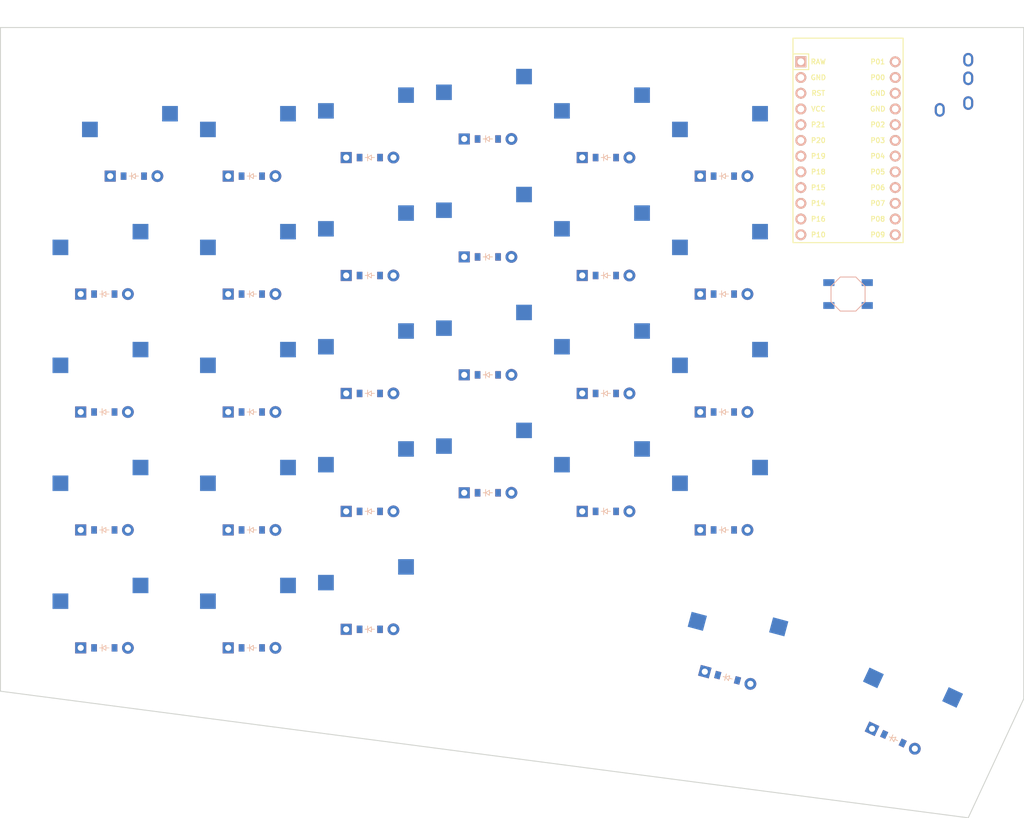
<source format=kicad_pcb>

            
(kicad_pcb (version 20171130) (host pcbnew 5.1.6)

  (page A3)
  (title_block
    (title left)
    (rev v1.0.0)
    (company Unknown)
  )

  (general
    (thickness 1.6)
  )

  (layers
    (0 F.Cu signal)
    (31 B.Cu signal)
    (32 B.Adhes user)
    (33 F.Adhes user)
    (34 B.Paste user)
    (35 F.Paste user)
    (36 B.SilkS user)
    (37 F.SilkS user)
    (38 B.Mask user)
    (39 F.Mask user)
    (40 Dwgs.User user)
    (41 Cmts.User user)
    (42 Eco1.User user)
    (43 Eco2.User user)
    (44 Edge.Cuts user)
    (45 Margin user)
    (46 B.CrtYd user)
    (47 F.CrtYd user)
    (48 B.Fab user)
    (49 F.Fab user)
  )

  (setup
    (last_trace_width 0.25)
    (trace_clearance 0.2)
    (zone_clearance 0.508)
    (zone_45_only no)
    (trace_min 0.2)
    (via_size 0.8)
    (via_drill 0.4)
    (via_min_size 0.4)
    (via_min_drill 0.3)
    (uvia_size 0.3)
    (uvia_drill 0.1)
    (uvias_allowed no)
    (uvia_min_size 0.2)
    (uvia_min_drill 0.1)
    (edge_width 0.05)
    (segment_width 0.2)
    (pcb_text_width 0.3)
    (pcb_text_size 1.5 1.5)
    (mod_edge_width 0.12)
    (mod_text_size 1 1)
    (mod_text_width 0.15)
    (pad_size 1.524 1.524)
    (pad_drill 0.762)
    (pad_to_mask_clearance 0.05)
    (aux_axis_origin 0 0)
    (visible_elements FFFFFF7F)
    (pcbplotparams
      (layerselection 0x010fc_ffffffff)
      (usegerberextensions false)
      (usegerberattributes true)
      (usegerberadvancedattributes true)
      (creategerberjobfile true)
      (excludeedgelayer true)
      (linewidth 0.100000)
      (plotframeref false)
      (viasonmask false)
      (mode 1)
      (useauxorigin false)
      (hpglpennumber 1)
      (hpglpenspeed 20)
      (hpglpendiameter 15.000000)
      (psnegative false)
      (psa4output false)
      (plotreference true)
      (plotvalue true)
      (plotinvisibletext false)
      (padsonsilk false)
      (subtractmaskfromsilk false)
      (outputformat 1)
      (mirror false)
      (drillshape 1)
      (scaleselection 1)
      (outputdirectory ""))
  )

            (net 0 "")
(net 1 "P18")
(net 2 "zero_meta")
(net 3 "zero_bottom")
(net 4 "zero_home")
(net 5 "zero_top")
(net 6 "zero_number")
(net 7 "P15")
(net 8 "one_meta")
(net 9 "one_bottom")
(net 10 "one_home")
(net 11 "one_top")
(net 12 "one_number")
(net 13 "P14")
(net 14 "two_meta")
(net 15 "two_bottom")
(net 16 "two_home")
(net 17 "two_top")
(net 18 "two_number")
(net 19 "P16")
(net 20 "three_bottom")
(net 21 "three_home")
(net 22 "three_top")
(net 23 "three_number")
(net 24 "P10")
(net 25 "four_bottom")
(net 26 "four_home")
(net 27 "four_top")
(net 28 "four_number")
(net 29 "P9")
(net 30 "five_bottom")
(net 31 "five_home")
(net 32 "five_top")
(net 33 "five_number")
(net 34 "space_meta")
(net 35 "mod_meta")
(net 36 "P8")
(net 37 "P7")
(net 38 "P6")
(net 39 "P5")
(net 40 "P4")
(net 41 "RAW")
(net 42 "GND")
(net 43 "RST")
(net 44 "VCC")
(net 45 "P21")
(net 46 "P20")
(net 47 "P19")
(net 48 "P1")
(net 49 "P0")
(net 50 "P2")
(net 51 "P3")
            
  (net_class Default "This is the default net class."
    (clearance 0.2)
    (trace_width 0.25)
    (via_dia 0.8)
    (via_drill 0.4)
    (uvia_dia 0.3)
    (uvia_drill 0.1)
    (add_net "")
(add_net "P18")
(add_net "zero_meta")
(add_net "zero_bottom")
(add_net "zero_home")
(add_net "zero_top")
(add_net "zero_number")
(add_net "P15")
(add_net "one_meta")
(add_net "one_bottom")
(add_net "one_home")
(add_net "one_top")
(add_net "one_number")
(add_net "P14")
(add_net "two_meta")
(add_net "two_bottom")
(add_net "two_home")
(add_net "two_top")
(add_net "two_number")
(add_net "P16")
(add_net "three_bottom")
(add_net "three_home")
(add_net "three_top")
(add_net "three_number")
(add_net "P10")
(add_net "four_bottom")
(add_net "four_home")
(add_net "four_top")
(add_net "four_number")
(add_net "P9")
(add_net "five_bottom")
(add_net "five_home")
(add_net "five_top")
(add_net "five_number")
(add_net "space_meta")
(add_net "mod_meta")
(add_net "P8")
(add_net "P7")
(add_net "P6")
(add_net "P5")
(add_net "P4")
(add_net "RAW")
(add_net "GND")
(add_net "RST")
(add_net "VCC")
(add_net "P21")
(add_net "P20")
(add_net "P19")
(add_net "P1")
(add_net "P0")
(add_net "P2")
(add_net "P3")
  )

            
        
      (module MX (layer F.Cu) (tedit 5DD4F656)
      (at -4.7625 0 0)

      
      (fp_text reference "S1" (at 0 0) (layer F.SilkS) hide (effects (font (size 1.27 1.27) (thickness 0.15))))
      (fp_text value "" (at 0 0) (layer F.SilkS) hide (effects (font (size 1.27 1.27) (thickness 0.15))))

      
      (fp_line (start -7 -6) (end -7 -7) (layer Dwgs.User) (width 0.15))
      (fp_line (start -7 7) (end -6 7) (layer Dwgs.User) (width 0.15))
      (fp_line (start -6 -7) (end -7 -7) (layer Dwgs.User) (width 0.15))
      (fp_line (start -7 7) (end -7 6) (layer Dwgs.User) (width 0.15))
      (fp_line (start 7 6) (end 7 7) (layer Dwgs.User) (width 0.15))
      (fp_line (start 7 -7) (end 6 -7) (layer Dwgs.User) (width 0.15))
      (fp_line (start 6 7) (end 7 7) (layer Dwgs.User) (width 0.15))
      (fp_line (start 7 -7) (end 7 -6) (layer Dwgs.User) (width 0.15))
    
      
      (pad "" np_thru_hole circle (at 0 0) (size 3.9878 3.9878) (drill 3.9878) (layers *.Cu *.Mask))

      
      (pad "" np_thru_hole circle (at 5.08 0) (size 1.7018 1.7018) (drill 1.7018) (layers *.Cu *.Mask))
      (pad "" np_thru_hole circle (at -5.08 0) (size 1.7018 1.7018) (drill 1.7018) (layers *.Cu *.Mask))
      
        
        
        
        (pad "" np_thru_hole circle (at 2.54 -5.08) (size 3 3) (drill 3) (layers *.Cu *.Mask))
        (pad "" np_thru_hole circle (at -3.81 -2.54) (size 3 3) (drill 3) (layers *.Cu *.Mask))
        
        
        (pad 1 smd rect (at -7.085 -2.54 0) (size 2.55 2.5) (layers B.Cu B.Paste B.Mask) (net 1 "P18"))
        (pad 2 smd rect (at 5.842 -5.08 0) (size 2.55 2.5) (layers B.Cu B.Paste B.Mask) (net 2 "zero_meta"))
        )
        

        
      (module MX (layer F.Cu) (tedit 5DD4F656)
      (at -4.7625 -19.05 0)

      
      (fp_text reference "S2" (at 0 0) (layer F.SilkS) hide (effects (font (size 1.27 1.27) (thickness 0.15))))
      (fp_text value "" (at 0 0) (layer F.SilkS) hide (effects (font (size 1.27 1.27) (thickness 0.15))))

      
      (fp_line (start -7 -6) (end -7 -7) (layer Dwgs.User) (width 0.15))
      (fp_line (start -7 7) (end -6 7) (layer Dwgs.User) (width 0.15))
      (fp_line (start -6 -7) (end -7 -7) (layer Dwgs.User) (width 0.15))
      (fp_line (start -7 7) (end -7 6) (layer Dwgs.User) (width 0.15))
      (fp_line (start 7 6) (end 7 7) (layer Dwgs.User) (width 0.15))
      (fp_line (start 7 -7) (end 6 -7) (layer Dwgs.User) (width 0.15))
      (fp_line (start 6 7) (end 7 7) (layer Dwgs.User) (width 0.15))
      (fp_line (start 7 -7) (end 7 -6) (layer Dwgs.User) (width 0.15))
    
      
      (pad "" np_thru_hole circle (at 0 0) (size 3.9878 3.9878) (drill 3.9878) (layers *.Cu *.Mask))

      
      (pad "" np_thru_hole circle (at 5.08 0) (size 1.7018 1.7018) (drill 1.7018) (layers *.Cu *.Mask))
      (pad "" np_thru_hole circle (at -5.08 0) (size 1.7018 1.7018) (drill 1.7018) (layers *.Cu *.Mask))
      
        
        
        
        (pad "" np_thru_hole circle (at 2.54 -5.08) (size 3 3) (drill 3) (layers *.Cu *.Mask))
        (pad "" np_thru_hole circle (at -3.81 -2.54) (size 3 3) (drill 3) (layers *.Cu *.Mask))
        
        
        (pad 1 smd rect (at -7.085 -2.54 0) (size 2.55 2.5) (layers B.Cu B.Paste B.Mask) (net 1 "P18"))
        (pad 2 smd rect (at 5.842 -5.08 0) (size 2.55 2.5) (layers B.Cu B.Paste B.Mask) (net 3 "zero_bottom"))
        )
        

        
      (module MX (layer F.Cu) (tedit 5DD4F656)
      (at -4.7625 -38.1 0)

      
      (fp_text reference "S3" (at 0 0) (layer F.SilkS) hide (effects (font (size 1.27 1.27) (thickness 0.15))))
      (fp_text value "" (at 0 0) (layer F.SilkS) hide (effects (font (size 1.27 1.27) (thickness 0.15))))

      
      (fp_line (start -7 -6) (end -7 -7) (layer Dwgs.User) (width 0.15))
      (fp_line (start -7 7) (end -6 7) (layer Dwgs.User) (width 0.15))
      (fp_line (start -6 -7) (end -7 -7) (layer Dwgs.User) (width 0.15))
      (fp_line (start -7 7) (end -7 6) (layer Dwgs.User) (width 0.15))
      (fp_line (start 7 6) (end 7 7) (layer Dwgs.User) (width 0.15))
      (fp_line (start 7 -7) (end 6 -7) (layer Dwgs.User) (width 0.15))
      (fp_line (start 6 7) (end 7 7) (layer Dwgs.User) (width 0.15))
      (fp_line (start 7 -7) (end 7 -6) (layer Dwgs.User) (width 0.15))
    
      
      (pad "" np_thru_hole circle (at 0 0) (size 3.9878 3.9878) (drill 3.9878) (layers *.Cu *.Mask))

      
      (pad "" np_thru_hole circle (at 5.08 0) (size 1.7018 1.7018) (drill 1.7018) (layers *.Cu *.Mask))
      (pad "" np_thru_hole circle (at -5.08 0) (size 1.7018 1.7018) (drill 1.7018) (layers *.Cu *.Mask))
      
        
        
        
        (pad "" np_thru_hole circle (at 2.54 -5.08) (size 3 3) (drill 3) (layers *.Cu *.Mask))
        (pad "" np_thru_hole circle (at -3.81 -2.54) (size 3 3) (drill 3) (layers *.Cu *.Mask))
        
        
        (pad 1 smd rect (at -7.085 -2.54 0) (size 2.55 2.5) (layers B.Cu B.Paste B.Mask) (net 1 "P18"))
        (pad 2 smd rect (at 5.842 -5.08 0) (size 2.55 2.5) (layers B.Cu B.Paste B.Mask) (net 4 "zero_home"))
        )
        

        
      (module MX (layer F.Cu) (tedit 5DD4F656)
      (at -4.7625 -57.150000000000006 0)

      
      (fp_text reference "S4" (at 0 0) (layer F.SilkS) hide (effects (font (size 1.27 1.27) (thickness 0.15))))
      (fp_text value "" (at 0 0) (layer F.SilkS) hide (effects (font (size 1.27 1.27) (thickness 0.15))))

      
      (fp_line (start -7 -6) (end -7 -7) (layer Dwgs.User) (width 0.15))
      (fp_line (start -7 7) (end -6 7) (layer Dwgs.User) (width 0.15))
      (fp_line (start -6 -7) (end -7 -7) (layer Dwgs.User) (width 0.15))
      (fp_line (start -7 7) (end -7 6) (layer Dwgs.User) (width 0.15))
      (fp_line (start 7 6) (end 7 7) (layer Dwgs.User) (width 0.15))
      (fp_line (start 7 -7) (end 6 -7) (layer Dwgs.User) (width 0.15))
      (fp_line (start 6 7) (end 7 7) (layer Dwgs.User) (width 0.15))
      (fp_line (start 7 -7) (end 7 -6) (layer Dwgs.User) (width 0.15))
    
      
      (pad "" np_thru_hole circle (at 0 0) (size 3.9878 3.9878) (drill 3.9878) (layers *.Cu *.Mask))

      
      (pad "" np_thru_hole circle (at 5.08 0) (size 1.7018 1.7018) (drill 1.7018) (layers *.Cu *.Mask))
      (pad "" np_thru_hole circle (at -5.08 0) (size 1.7018 1.7018) (drill 1.7018) (layers *.Cu *.Mask))
      
        
        
        
        (pad "" np_thru_hole circle (at 2.54 -5.08) (size 3 3) (drill 3) (layers *.Cu *.Mask))
        (pad "" np_thru_hole circle (at -3.81 -2.54) (size 3 3) (drill 3) (layers *.Cu *.Mask))
        
        
        (pad 1 smd rect (at -7.085 -2.54 0) (size 2.55 2.5) (layers B.Cu B.Paste B.Mask) (net 1 "P18"))
        (pad 2 smd rect (at 5.842 -5.08 0) (size 2.55 2.5) (layers B.Cu B.Paste B.Mask) (net 5 "zero_top"))
        )
        

        
      (module MX (layer F.Cu) (tedit 5DD4F656)
      (at 0 -76.2 0)

      
      (fp_text reference "S5" (at 0 0) (layer F.SilkS) hide (effects (font (size 1.27 1.27) (thickness 0.15))))
      (fp_text value "" (at 0 0) (layer F.SilkS) hide (effects (font (size 1.27 1.27) (thickness 0.15))))

      
      (fp_line (start -7 -6) (end -7 -7) (layer Dwgs.User) (width 0.15))
      (fp_line (start -7 7) (end -6 7) (layer Dwgs.User) (width 0.15))
      (fp_line (start -6 -7) (end -7 -7) (layer Dwgs.User) (width 0.15))
      (fp_line (start -7 7) (end -7 6) (layer Dwgs.User) (width 0.15))
      (fp_line (start 7 6) (end 7 7) (layer Dwgs.User) (width 0.15))
      (fp_line (start 7 -7) (end 6 -7) (layer Dwgs.User) (width 0.15))
      (fp_line (start 6 7) (end 7 7) (layer Dwgs.User) (width 0.15))
      (fp_line (start 7 -7) (end 7 -6) (layer Dwgs.User) (width 0.15))
    
      
      (pad "" np_thru_hole circle (at 0 0) (size 3.9878 3.9878) (drill 3.9878) (layers *.Cu *.Mask))

      
      (pad "" np_thru_hole circle (at 5.08 0) (size 1.7018 1.7018) (drill 1.7018) (layers *.Cu *.Mask))
      (pad "" np_thru_hole circle (at -5.08 0) (size 1.7018 1.7018) (drill 1.7018) (layers *.Cu *.Mask))
      
        
        
        
        (pad "" np_thru_hole circle (at 2.54 -5.08) (size 3 3) (drill 3) (layers *.Cu *.Mask))
        (pad "" np_thru_hole circle (at -3.81 -2.54) (size 3 3) (drill 3) (layers *.Cu *.Mask))
        
        
        (pad 1 smd rect (at -7.085 -2.54 0) (size 2.55 2.5) (layers B.Cu B.Paste B.Mask) (net 1 "P18"))
        (pad 2 smd rect (at 5.842 -5.08 0) (size 2.55 2.5) (layers B.Cu B.Paste B.Mask) (net 6 "zero_number"))
        )
        

        
      (module MX (layer F.Cu) (tedit 5DD4F656)
      (at 19.05 0 0)

      
      (fp_text reference "S6" (at 0 0) (layer F.SilkS) hide (effects (font (size 1.27 1.27) (thickness 0.15))))
      (fp_text value "" (at 0 0) (layer F.SilkS) hide (effects (font (size 1.27 1.27) (thickness 0.15))))

      
      (fp_line (start -7 -6) (end -7 -7) (layer Dwgs.User) (width 0.15))
      (fp_line (start -7 7) (end -6 7) (layer Dwgs.User) (width 0.15))
      (fp_line (start -6 -7) (end -7 -7) (layer Dwgs.User) (width 0.15))
      (fp_line (start -7 7) (end -7 6) (layer Dwgs.User) (width 0.15))
      (fp_line (start 7 6) (end 7 7) (layer Dwgs.User) (width 0.15))
      (fp_line (start 7 -7) (end 6 -7) (layer Dwgs.User) (width 0.15))
      (fp_line (start 6 7) (end 7 7) (layer Dwgs.User) (width 0.15))
      (fp_line (start 7 -7) (end 7 -6) (layer Dwgs.User) (width 0.15))
    
      
      (pad "" np_thru_hole circle (at 0 0) (size 3.9878 3.9878) (drill 3.9878) (layers *.Cu *.Mask))

      
      (pad "" np_thru_hole circle (at 5.08 0) (size 1.7018 1.7018) (drill 1.7018) (layers *.Cu *.Mask))
      (pad "" np_thru_hole circle (at -5.08 0) (size 1.7018 1.7018) (drill 1.7018) (layers *.Cu *.Mask))
      
        
        
        
        (pad "" np_thru_hole circle (at 2.54 -5.08) (size 3 3) (drill 3) (layers *.Cu *.Mask))
        (pad "" np_thru_hole circle (at -3.81 -2.54) (size 3 3) (drill 3) (layers *.Cu *.Mask))
        
        
        (pad 1 smd rect (at -7.085 -2.54 0) (size 2.55 2.5) (layers B.Cu B.Paste B.Mask) (net 7 "P15"))
        (pad 2 smd rect (at 5.842 -5.08 0) (size 2.55 2.5) (layers B.Cu B.Paste B.Mask) (net 8 "one_meta"))
        )
        

        
      (module MX (layer F.Cu) (tedit 5DD4F656)
      (at 19.05 -19.05 0)

      
      (fp_text reference "S7" (at 0 0) (layer F.SilkS) hide (effects (font (size 1.27 1.27) (thickness 0.15))))
      (fp_text value "" (at 0 0) (layer F.SilkS) hide (effects (font (size 1.27 1.27) (thickness 0.15))))

      
      (fp_line (start -7 -6) (end -7 -7) (layer Dwgs.User) (width 0.15))
      (fp_line (start -7 7) (end -6 7) (layer Dwgs.User) (width 0.15))
      (fp_line (start -6 -7) (end -7 -7) (layer Dwgs.User) (width 0.15))
      (fp_line (start -7 7) (end -7 6) (layer Dwgs.User) (width 0.15))
      (fp_line (start 7 6) (end 7 7) (layer Dwgs.User) (width 0.15))
      (fp_line (start 7 -7) (end 6 -7) (layer Dwgs.User) (width 0.15))
      (fp_line (start 6 7) (end 7 7) (layer Dwgs.User) (width 0.15))
      (fp_line (start 7 -7) (end 7 -6) (layer Dwgs.User) (width 0.15))
    
      
      (pad "" np_thru_hole circle (at 0 0) (size 3.9878 3.9878) (drill 3.9878) (layers *.Cu *.Mask))

      
      (pad "" np_thru_hole circle (at 5.08 0) (size 1.7018 1.7018) (drill 1.7018) (layers *.Cu *.Mask))
      (pad "" np_thru_hole circle (at -5.08 0) (size 1.7018 1.7018) (drill 1.7018) (layers *.Cu *.Mask))
      
        
        
        
        (pad "" np_thru_hole circle (at 2.54 -5.08) (size 3 3) (drill 3) (layers *.Cu *.Mask))
        (pad "" np_thru_hole circle (at -3.81 -2.54) (size 3 3) (drill 3) (layers *.Cu *.Mask))
        
        
        (pad 1 smd rect (at -7.085 -2.54 0) (size 2.55 2.5) (layers B.Cu B.Paste B.Mask) (net 7 "P15"))
        (pad 2 smd rect (at 5.842 -5.08 0) (size 2.55 2.5) (layers B.Cu B.Paste B.Mask) (net 9 "one_bottom"))
        )
        

        
      (module MX (layer F.Cu) (tedit 5DD4F656)
      (at 19.05 -38.1 0)

      
      (fp_text reference "S8" (at 0 0) (layer F.SilkS) hide (effects (font (size 1.27 1.27) (thickness 0.15))))
      (fp_text value "" (at 0 0) (layer F.SilkS) hide (effects (font (size 1.27 1.27) (thickness 0.15))))

      
      (fp_line (start -7 -6) (end -7 -7) (layer Dwgs.User) (width 0.15))
      (fp_line (start -7 7) (end -6 7) (layer Dwgs.User) (width 0.15))
      (fp_line (start -6 -7) (end -7 -7) (layer Dwgs.User) (width 0.15))
      (fp_line (start -7 7) (end -7 6) (layer Dwgs.User) (width 0.15))
      (fp_line (start 7 6) (end 7 7) (layer Dwgs.User) (width 0.15))
      (fp_line (start 7 -7) (end 6 -7) (layer Dwgs.User) (width 0.15))
      (fp_line (start 6 7) (end 7 7) (layer Dwgs.User) (width 0.15))
      (fp_line (start 7 -7) (end 7 -6) (layer Dwgs.User) (width 0.15))
    
      
      (pad "" np_thru_hole circle (at 0 0) (size 3.9878 3.9878) (drill 3.9878) (layers *.Cu *.Mask))

      
      (pad "" np_thru_hole circle (at 5.08 0) (size 1.7018 1.7018) (drill 1.7018) (layers *.Cu *.Mask))
      (pad "" np_thru_hole circle (at -5.08 0) (size 1.7018 1.7018) (drill 1.7018) (layers *.Cu *.Mask))
      
        
        
        
        (pad "" np_thru_hole circle (at 2.54 -5.08) (size 3 3) (drill 3) (layers *.Cu *.Mask))
        (pad "" np_thru_hole circle (at -3.81 -2.54) (size 3 3) (drill 3) (layers *.Cu *.Mask))
        
        
        (pad 1 smd rect (at -7.085 -2.54 0) (size 2.55 2.5) (layers B.Cu B.Paste B.Mask) (net 7 "P15"))
        (pad 2 smd rect (at 5.842 -5.08 0) (size 2.55 2.5) (layers B.Cu B.Paste B.Mask) (net 10 "one_home"))
        )
        

        
      (module MX (layer F.Cu) (tedit 5DD4F656)
      (at 19.05 -57.150000000000006 0)

      
      (fp_text reference "S9" (at 0 0) (layer F.SilkS) hide (effects (font (size 1.27 1.27) (thickness 0.15))))
      (fp_text value "" (at 0 0) (layer F.SilkS) hide (effects (font (size 1.27 1.27) (thickness 0.15))))

      
      (fp_line (start -7 -6) (end -7 -7) (layer Dwgs.User) (width 0.15))
      (fp_line (start -7 7) (end -6 7) (layer Dwgs.User) (width 0.15))
      (fp_line (start -6 -7) (end -7 -7) (layer Dwgs.User) (width 0.15))
      (fp_line (start -7 7) (end -7 6) (layer Dwgs.User) (width 0.15))
      (fp_line (start 7 6) (end 7 7) (layer Dwgs.User) (width 0.15))
      (fp_line (start 7 -7) (end 6 -7) (layer Dwgs.User) (width 0.15))
      (fp_line (start 6 7) (end 7 7) (layer Dwgs.User) (width 0.15))
      (fp_line (start 7 -7) (end 7 -6) (layer Dwgs.User) (width 0.15))
    
      
      (pad "" np_thru_hole circle (at 0 0) (size 3.9878 3.9878) (drill 3.9878) (layers *.Cu *.Mask))

      
      (pad "" np_thru_hole circle (at 5.08 0) (size 1.7018 1.7018) (drill 1.7018) (layers *.Cu *.Mask))
      (pad "" np_thru_hole circle (at -5.08 0) (size 1.7018 1.7018) (drill 1.7018) (layers *.Cu *.Mask))
      
        
        
        
        (pad "" np_thru_hole circle (at 2.54 -5.08) (size 3 3) (drill 3) (layers *.Cu *.Mask))
        (pad "" np_thru_hole circle (at -3.81 -2.54) (size 3 3) (drill 3) (layers *.Cu *.Mask))
        
        
        (pad 1 smd rect (at -7.085 -2.54 0) (size 2.55 2.5) (layers B.Cu B.Paste B.Mask) (net 7 "P15"))
        (pad 2 smd rect (at 5.842 -5.08 0) (size 2.55 2.5) (layers B.Cu B.Paste B.Mask) (net 11 "one_top"))
        )
        

        
      (module MX (layer F.Cu) (tedit 5DD4F656)
      (at 19.05 -76.2 0)

      
      (fp_text reference "S10" (at 0 0) (layer F.SilkS) hide (effects (font (size 1.27 1.27) (thickness 0.15))))
      (fp_text value "" (at 0 0) (layer F.SilkS) hide (effects (font (size 1.27 1.27) (thickness 0.15))))

      
      (fp_line (start -7 -6) (end -7 -7) (layer Dwgs.User) (width 0.15))
      (fp_line (start -7 7) (end -6 7) (layer Dwgs.User) (width 0.15))
      (fp_line (start -6 -7) (end -7 -7) (layer Dwgs.User) (width 0.15))
      (fp_line (start -7 7) (end -7 6) (layer Dwgs.User) (width 0.15))
      (fp_line (start 7 6) (end 7 7) (layer Dwgs.User) (width 0.15))
      (fp_line (start 7 -7) (end 6 -7) (layer Dwgs.User) (width 0.15))
      (fp_line (start 6 7) (end 7 7) (layer Dwgs.User) (width 0.15))
      (fp_line (start 7 -7) (end 7 -6) (layer Dwgs.User) (width 0.15))
    
      
      (pad "" np_thru_hole circle (at 0 0) (size 3.9878 3.9878) (drill 3.9878) (layers *.Cu *.Mask))

      
      (pad "" np_thru_hole circle (at 5.08 0) (size 1.7018 1.7018) (drill 1.7018) (layers *.Cu *.Mask))
      (pad "" np_thru_hole circle (at -5.08 0) (size 1.7018 1.7018) (drill 1.7018) (layers *.Cu *.Mask))
      
        
        
        
        (pad "" np_thru_hole circle (at 2.54 -5.08) (size 3 3) (drill 3) (layers *.Cu *.Mask))
        (pad "" np_thru_hole circle (at -3.81 -2.54) (size 3 3) (drill 3) (layers *.Cu *.Mask))
        
        
        (pad 1 smd rect (at -7.085 -2.54 0) (size 2.55 2.5) (layers B.Cu B.Paste B.Mask) (net 7 "P15"))
        (pad 2 smd rect (at 5.842 -5.08 0) (size 2.55 2.5) (layers B.Cu B.Paste B.Mask) (net 12 "one_number"))
        )
        

        
      (module MX (layer F.Cu) (tedit 5DD4F656)
      (at 38.1 -3 0)

      
      (fp_text reference "S11" (at 0 0) (layer F.SilkS) hide (effects (font (size 1.27 1.27) (thickness 0.15))))
      (fp_text value "" (at 0 0) (layer F.SilkS) hide (effects (font (size 1.27 1.27) (thickness 0.15))))

      
      (fp_line (start -7 -6) (end -7 -7) (layer Dwgs.User) (width 0.15))
      (fp_line (start -7 7) (end -6 7) (layer Dwgs.User) (width 0.15))
      (fp_line (start -6 -7) (end -7 -7) (layer Dwgs.User) (width 0.15))
      (fp_line (start -7 7) (end -7 6) (layer Dwgs.User) (width 0.15))
      (fp_line (start 7 6) (end 7 7) (layer Dwgs.User) (width 0.15))
      (fp_line (start 7 -7) (end 6 -7) (layer Dwgs.User) (width 0.15))
      (fp_line (start 6 7) (end 7 7) (layer Dwgs.User) (width 0.15))
      (fp_line (start 7 -7) (end 7 -6) (layer Dwgs.User) (width 0.15))
    
      
      (pad "" np_thru_hole circle (at 0 0) (size 3.9878 3.9878) (drill 3.9878) (layers *.Cu *.Mask))

      
      (pad "" np_thru_hole circle (at 5.08 0) (size 1.7018 1.7018) (drill 1.7018) (layers *.Cu *.Mask))
      (pad "" np_thru_hole circle (at -5.08 0) (size 1.7018 1.7018) (drill 1.7018) (layers *.Cu *.Mask))
      
        
        
        
        (pad "" np_thru_hole circle (at 2.54 -5.08) (size 3 3) (drill 3) (layers *.Cu *.Mask))
        (pad "" np_thru_hole circle (at -3.81 -2.54) (size 3 3) (drill 3) (layers *.Cu *.Mask))
        
        
        (pad 1 smd rect (at -7.085 -2.54 0) (size 2.55 2.5) (layers B.Cu B.Paste B.Mask) (net 13 "P14"))
        (pad 2 smd rect (at 5.842 -5.08 0) (size 2.55 2.5) (layers B.Cu B.Paste B.Mask) (net 14 "two_meta"))
        )
        

        
      (module MX (layer F.Cu) (tedit 5DD4F656)
      (at 38.1 -22.05 0)

      
      (fp_text reference "S12" (at 0 0) (layer F.SilkS) hide (effects (font (size 1.27 1.27) (thickness 0.15))))
      (fp_text value "" (at 0 0) (layer F.SilkS) hide (effects (font (size 1.27 1.27) (thickness 0.15))))

      
      (fp_line (start -7 -6) (end -7 -7) (layer Dwgs.User) (width 0.15))
      (fp_line (start -7 7) (end -6 7) (layer Dwgs.User) (width 0.15))
      (fp_line (start -6 -7) (end -7 -7) (layer Dwgs.User) (width 0.15))
      (fp_line (start -7 7) (end -7 6) (layer Dwgs.User) (width 0.15))
      (fp_line (start 7 6) (end 7 7) (layer Dwgs.User) (width 0.15))
      (fp_line (start 7 -7) (end 6 -7) (layer Dwgs.User) (width 0.15))
      (fp_line (start 6 7) (end 7 7) (layer Dwgs.User) (width 0.15))
      (fp_line (start 7 -7) (end 7 -6) (layer Dwgs.User) (width 0.15))
    
      
      (pad "" np_thru_hole circle (at 0 0) (size 3.9878 3.9878) (drill 3.9878) (layers *.Cu *.Mask))

      
      (pad "" np_thru_hole circle (at 5.08 0) (size 1.7018 1.7018) (drill 1.7018) (layers *.Cu *.Mask))
      (pad "" np_thru_hole circle (at -5.08 0) (size 1.7018 1.7018) (drill 1.7018) (layers *.Cu *.Mask))
      
        
        
        
        (pad "" np_thru_hole circle (at 2.54 -5.08) (size 3 3) (drill 3) (layers *.Cu *.Mask))
        (pad "" np_thru_hole circle (at -3.81 -2.54) (size 3 3) (drill 3) (layers *.Cu *.Mask))
        
        
        (pad 1 smd rect (at -7.085 -2.54 0) (size 2.55 2.5) (layers B.Cu B.Paste B.Mask) (net 13 "P14"))
        (pad 2 smd rect (at 5.842 -5.08 0) (size 2.55 2.5) (layers B.Cu B.Paste B.Mask) (net 15 "two_bottom"))
        )
        

        
      (module MX (layer F.Cu) (tedit 5DD4F656)
      (at 38.1 -41.1 0)

      
      (fp_text reference "S13" (at 0 0) (layer F.SilkS) hide (effects (font (size 1.27 1.27) (thickness 0.15))))
      (fp_text value "" (at 0 0) (layer F.SilkS) hide (effects (font (size 1.27 1.27) (thickness 0.15))))

      
      (fp_line (start -7 -6) (end -7 -7) (layer Dwgs.User) (width 0.15))
      (fp_line (start -7 7) (end -6 7) (layer Dwgs.User) (width 0.15))
      (fp_line (start -6 -7) (end -7 -7) (layer Dwgs.User) (width 0.15))
      (fp_line (start -7 7) (end -7 6) (layer Dwgs.User) (width 0.15))
      (fp_line (start 7 6) (end 7 7) (layer Dwgs.User) (width 0.15))
      (fp_line (start 7 -7) (end 6 -7) (layer Dwgs.User) (width 0.15))
      (fp_line (start 6 7) (end 7 7) (layer Dwgs.User) (width 0.15))
      (fp_line (start 7 -7) (end 7 -6) (layer Dwgs.User) (width 0.15))
    
      
      (pad "" np_thru_hole circle (at 0 0) (size 3.9878 3.9878) (drill 3.9878) (layers *.Cu *.Mask))

      
      (pad "" np_thru_hole circle (at 5.08 0) (size 1.7018 1.7018) (drill 1.7018) (layers *.Cu *.Mask))
      (pad "" np_thru_hole circle (at -5.08 0) (size 1.7018 1.7018) (drill 1.7018) (layers *.Cu *.Mask))
      
        
        
        
        (pad "" np_thru_hole circle (at 2.54 -5.08) (size 3 3) (drill 3) (layers *.Cu *.Mask))
        (pad "" np_thru_hole circle (at -3.81 -2.54) (size 3 3) (drill 3) (layers *.Cu *.Mask))
        
        
        (pad 1 smd rect (at -7.085 -2.54 0) (size 2.55 2.5) (layers B.Cu B.Paste B.Mask) (net 13 "P14"))
        (pad 2 smd rect (at 5.842 -5.08 0) (size 2.55 2.5) (layers B.Cu B.Paste B.Mask) (net 16 "two_home"))
        )
        

        
      (module MX (layer F.Cu) (tedit 5DD4F656)
      (at 38.1 -60.150000000000006 0)

      
      (fp_text reference "S14" (at 0 0) (layer F.SilkS) hide (effects (font (size 1.27 1.27) (thickness 0.15))))
      (fp_text value "" (at 0 0) (layer F.SilkS) hide (effects (font (size 1.27 1.27) (thickness 0.15))))

      
      (fp_line (start -7 -6) (end -7 -7) (layer Dwgs.User) (width 0.15))
      (fp_line (start -7 7) (end -6 7) (layer Dwgs.User) (width 0.15))
      (fp_line (start -6 -7) (end -7 -7) (layer Dwgs.User) (width 0.15))
      (fp_line (start -7 7) (end -7 6) (layer Dwgs.User) (width 0.15))
      (fp_line (start 7 6) (end 7 7) (layer Dwgs.User) (width 0.15))
      (fp_line (start 7 -7) (end 6 -7) (layer Dwgs.User) (width 0.15))
      (fp_line (start 6 7) (end 7 7) (layer Dwgs.User) (width 0.15))
      (fp_line (start 7 -7) (end 7 -6) (layer Dwgs.User) (width 0.15))
    
      
      (pad "" np_thru_hole circle (at 0 0) (size 3.9878 3.9878) (drill 3.9878) (layers *.Cu *.Mask))

      
      (pad "" np_thru_hole circle (at 5.08 0) (size 1.7018 1.7018) (drill 1.7018) (layers *.Cu *.Mask))
      (pad "" np_thru_hole circle (at -5.08 0) (size 1.7018 1.7018) (drill 1.7018) (layers *.Cu *.Mask))
      
        
        
        
        (pad "" np_thru_hole circle (at 2.54 -5.08) (size 3 3) (drill 3) (layers *.Cu *.Mask))
        (pad "" np_thru_hole circle (at -3.81 -2.54) (size 3 3) (drill 3) (layers *.Cu *.Mask))
        
        
        (pad 1 smd rect (at -7.085 -2.54 0) (size 2.55 2.5) (layers B.Cu B.Paste B.Mask) (net 13 "P14"))
        (pad 2 smd rect (at 5.842 -5.08 0) (size 2.55 2.5) (layers B.Cu B.Paste B.Mask) (net 17 "two_top"))
        )
        

        
      (module MX (layer F.Cu) (tedit 5DD4F656)
      (at 38.1 -79.2 0)

      
      (fp_text reference "S15" (at 0 0) (layer F.SilkS) hide (effects (font (size 1.27 1.27) (thickness 0.15))))
      (fp_text value "" (at 0 0) (layer F.SilkS) hide (effects (font (size 1.27 1.27) (thickness 0.15))))

      
      (fp_line (start -7 -6) (end -7 -7) (layer Dwgs.User) (width 0.15))
      (fp_line (start -7 7) (end -6 7) (layer Dwgs.User) (width 0.15))
      (fp_line (start -6 -7) (end -7 -7) (layer Dwgs.User) (width 0.15))
      (fp_line (start -7 7) (end -7 6) (layer Dwgs.User) (width 0.15))
      (fp_line (start 7 6) (end 7 7) (layer Dwgs.User) (width 0.15))
      (fp_line (start 7 -7) (end 6 -7) (layer Dwgs.User) (width 0.15))
      (fp_line (start 6 7) (end 7 7) (layer Dwgs.User) (width 0.15))
      (fp_line (start 7 -7) (end 7 -6) (layer Dwgs.User) (width 0.15))
    
      
      (pad "" np_thru_hole circle (at 0 0) (size 3.9878 3.9878) (drill 3.9878) (layers *.Cu *.Mask))

      
      (pad "" np_thru_hole circle (at 5.08 0) (size 1.7018 1.7018) (drill 1.7018) (layers *.Cu *.Mask))
      (pad "" np_thru_hole circle (at -5.08 0) (size 1.7018 1.7018) (drill 1.7018) (layers *.Cu *.Mask))
      
        
        
        
        (pad "" np_thru_hole circle (at 2.54 -5.08) (size 3 3) (drill 3) (layers *.Cu *.Mask))
        (pad "" np_thru_hole circle (at -3.81 -2.54) (size 3 3) (drill 3) (layers *.Cu *.Mask))
        
        
        (pad 1 smd rect (at -7.085 -2.54 0) (size 2.55 2.5) (layers B.Cu B.Paste B.Mask) (net 13 "P14"))
        (pad 2 smd rect (at 5.842 -5.08 0) (size 2.55 2.5) (layers B.Cu B.Paste B.Mask) (net 18 "two_number"))
        )
        

        
      (module MX (layer F.Cu) (tedit 5DD4F656)
      (at 57.15 -25.05 0)

      
      (fp_text reference "S16" (at 0 0) (layer F.SilkS) hide (effects (font (size 1.27 1.27) (thickness 0.15))))
      (fp_text value "" (at 0 0) (layer F.SilkS) hide (effects (font (size 1.27 1.27) (thickness 0.15))))

      
      (fp_line (start -7 -6) (end -7 -7) (layer Dwgs.User) (width 0.15))
      (fp_line (start -7 7) (end -6 7) (layer Dwgs.User) (width 0.15))
      (fp_line (start -6 -7) (end -7 -7) (layer Dwgs.User) (width 0.15))
      (fp_line (start -7 7) (end -7 6) (layer Dwgs.User) (width 0.15))
      (fp_line (start 7 6) (end 7 7) (layer Dwgs.User) (width 0.15))
      (fp_line (start 7 -7) (end 6 -7) (layer Dwgs.User) (width 0.15))
      (fp_line (start 6 7) (end 7 7) (layer Dwgs.User) (width 0.15))
      (fp_line (start 7 -7) (end 7 -6) (layer Dwgs.User) (width 0.15))
    
      
      (pad "" np_thru_hole circle (at 0 0) (size 3.9878 3.9878) (drill 3.9878) (layers *.Cu *.Mask))

      
      (pad "" np_thru_hole circle (at 5.08 0) (size 1.7018 1.7018) (drill 1.7018) (layers *.Cu *.Mask))
      (pad "" np_thru_hole circle (at -5.08 0) (size 1.7018 1.7018) (drill 1.7018) (layers *.Cu *.Mask))
      
        
        
        
        (pad "" np_thru_hole circle (at 2.54 -5.08) (size 3 3) (drill 3) (layers *.Cu *.Mask))
        (pad "" np_thru_hole circle (at -3.81 -2.54) (size 3 3) (drill 3) (layers *.Cu *.Mask))
        
        
        (pad 1 smd rect (at -7.085 -2.54 0) (size 2.55 2.5) (layers B.Cu B.Paste B.Mask) (net 19 "P16"))
        (pad 2 smd rect (at 5.842 -5.08 0) (size 2.55 2.5) (layers B.Cu B.Paste B.Mask) (net 20 "three_bottom"))
        )
        

        
      (module MX (layer F.Cu) (tedit 5DD4F656)
      (at 57.15 -44.1 0)

      
      (fp_text reference "S17" (at 0 0) (layer F.SilkS) hide (effects (font (size 1.27 1.27) (thickness 0.15))))
      (fp_text value "" (at 0 0) (layer F.SilkS) hide (effects (font (size 1.27 1.27) (thickness 0.15))))

      
      (fp_line (start -7 -6) (end -7 -7) (layer Dwgs.User) (width 0.15))
      (fp_line (start -7 7) (end -6 7) (layer Dwgs.User) (width 0.15))
      (fp_line (start -6 -7) (end -7 -7) (layer Dwgs.User) (width 0.15))
      (fp_line (start -7 7) (end -7 6) (layer Dwgs.User) (width 0.15))
      (fp_line (start 7 6) (end 7 7) (layer Dwgs.User) (width 0.15))
      (fp_line (start 7 -7) (end 6 -7) (layer Dwgs.User) (width 0.15))
      (fp_line (start 6 7) (end 7 7) (layer Dwgs.User) (width 0.15))
      (fp_line (start 7 -7) (end 7 -6) (layer Dwgs.User) (width 0.15))
    
      
      (pad "" np_thru_hole circle (at 0 0) (size 3.9878 3.9878) (drill 3.9878) (layers *.Cu *.Mask))

      
      (pad "" np_thru_hole circle (at 5.08 0) (size 1.7018 1.7018) (drill 1.7018) (layers *.Cu *.Mask))
      (pad "" np_thru_hole circle (at -5.08 0) (size 1.7018 1.7018) (drill 1.7018) (layers *.Cu *.Mask))
      
        
        
        
        (pad "" np_thru_hole circle (at 2.54 -5.08) (size 3 3) (drill 3) (layers *.Cu *.Mask))
        (pad "" np_thru_hole circle (at -3.81 -2.54) (size 3 3) (drill 3) (layers *.Cu *.Mask))
        
        
        (pad 1 smd rect (at -7.085 -2.54 0) (size 2.55 2.5) (layers B.Cu B.Paste B.Mask) (net 19 "P16"))
        (pad 2 smd rect (at 5.842 -5.08 0) (size 2.55 2.5) (layers B.Cu B.Paste B.Mask) (net 21 "three_home"))
        )
        

        
      (module MX (layer F.Cu) (tedit 5DD4F656)
      (at 57.15 -63.150000000000006 0)

      
      (fp_text reference "S18" (at 0 0) (layer F.SilkS) hide (effects (font (size 1.27 1.27) (thickness 0.15))))
      (fp_text value "" (at 0 0) (layer F.SilkS) hide (effects (font (size 1.27 1.27) (thickness 0.15))))

      
      (fp_line (start -7 -6) (end -7 -7) (layer Dwgs.User) (width 0.15))
      (fp_line (start -7 7) (end -6 7) (layer Dwgs.User) (width 0.15))
      (fp_line (start -6 -7) (end -7 -7) (layer Dwgs.User) (width 0.15))
      (fp_line (start -7 7) (end -7 6) (layer Dwgs.User) (width 0.15))
      (fp_line (start 7 6) (end 7 7) (layer Dwgs.User) (width 0.15))
      (fp_line (start 7 -7) (end 6 -7) (layer Dwgs.User) (width 0.15))
      (fp_line (start 6 7) (end 7 7) (layer Dwgs.User) (width 0.15))
      (fp_line (start 7 -7) (end 7 -6) (layer Dwgs.User) (width 0.15))
    
      
      (pad "" np_thru_hole circle (at 0 0) (size 3.9878 3.9878) (drill 3.9878) (layers *.Cu *.Mask))

      
      (pad "" np_thru_hole circle (at 5.08 0) (size 1.7018 1.7018) (drill 1.7018) (layers *.Cu *.Mask))
      (pad "" np_thru_hole circle (at -5.08 0) (size 1.7018 1.7018) (drill 1.7018) (layers *.Cu *.Mask))
      
        
        
        
        (pad "" np_thru_hole circle (at 2.54 -5.08) (size 3 3) (drill 3) (layers *.Cu *.Mask))
        (pad "" np_thru_hole circle (at -3.81 -2.54) (size 3 3) (drill 3) (layers *.Cu *.Mask))
        
        
        (pad 1 smd rect (at -7.085 -2.54 0) (size 2.55 2.5) (layers B.Cu B.Paste B.Mask) (net 19 "P16"))
        (pad 2 smd rect (at 5.842 -5.08 0) (size 2.55 2.5) (layers B.Cu B.Paste B.Mask) (net 22 "three_top"))
        )
        

        
      (module MX (layer F.Cu) (tedit 5DD4F656)
      (at 57.15 -82.2 0)

      
      (fp_text reference "S19" (at 0 0) (layer F.SilkS) hide (effects (font (size 1.27 1.27) (thickness 0.15))))
      (fp_text value "" (at 0 0) (layer F.SilkS) hide (effects (font (size 1.27 1.27) (thickness 0.15))))

      
      (fp_line (start -7 -6) (end -7 -7) (layer Dwgs.User) (width 0.15))
      (fp_line (start -7 7) (end -6 7) (layer Dwgs.User) (width 0.15))
      (fp_line (start -6 -7) (end -7 -7) (layer Dwgs.User) (width 0.15))
      (fp_line (start -7 7) (end -7 6) (layer Dwgs.User) (width 0.15))
      (fp_line (start 7 6) (end 7 7) (layer Dwgs.User) (width 0.15))
      (fp_line (start 7 -7) (end 6 -7) (layer Dwgs.User) (width 0.15))
      (fp_line (start 6 7) (end 7 7) (layer Dwgs.User) (width 0.15))
      (fp_line (start 7 -7) (end 7 -6) (layer Dwgs.User) (width 0.15))
    
      
      (pad "" np_thru_hole circle (at 0 0) (size 3.9878 3.9878) (drill 3.9878) (layers *.Cu *.Mask))

      
      (pad "" np_thru_hole circle (at 5.08 0) (size 1.7018 1.7018) (drill 1.7018) (layers *.Cu *.Mask))
      (pad "" np_thru_hole circle (at -5.08 0) (size 1.7018 1.7018) (drill 1.7018) (layers *.Cu *.Mask))
      
        
        
        
        (pad "" np_thru_hole circle (at 2.54 -5.08) (size 3 3) (drill 3) (layers *.Cu *.Mask))
        (pad "" np_thru_hole circle (at -3.81 -2.54) (size 3 3) (drill 3) (layers *.Cu *.Mask))
        
        
        (pad 1 smd rect (at -7.085 -2.54 0) (size 2.55 2.5) (layers B.Cu B.Paste B.Mask) (net 19 "P16"))
        (pad 2 smd rect (at 5.842 -5.08 0) (size 2.55 2.5) (layers B.Cu B.Paste B.Mask) (net 23 "three_number"))
        )
        

        
      (module MX (layer F.Cu) (tedit 5DD4F656)
      (at 76.2 -22.05 0)

      
      (fp_text reference "S20" (at 0 0) (layer F.SilkS) hide (effects (font (size 1.27 1.27) (thickness 0.15))))
      (fp_text value "" (at 0 0) (layer F.SilkS) hide (effects (font (size 1.27 1.27) (thickness 0.15))))

      
      (fp_line (start -7 -6) (end -7 -7) (layer Dwgs.User) (width 0.15))
      (fp_line (start -7 7) (end -6 7) (layer Dwgs.User) (width 0.15))
      (fp_line (start -6 -7) (end -7 -7) (layer Dwgs.User) (width 0.15))
      (fp_line (start -7 7) (end -7 6) (layer Dwgs.User) (width 0.15))
      (fp_line (start 7 6) (end 7 7) (layer Dwgs.User) (width 0.15))
      (fp_line (start 7 -7) (end 6 -7) (layer Dwgs.User) (width 0.15))
      (fp_line (start 6 7) (end 7 7) (layer Dwgs.User) (width 0.15))
      (fp_line (start 7 -7) (end 7 -6) (layer Dwgs.User) (width 0.15))
    
      
      (pad "" np_thru_hole circle (at 0 0) (size 3.9878 3.9878) (drill 3.9878) (layers *.Cu *.Mask))

      
      (pad "" np_thru_hole circle (at 5.08 0) (size 1.7018 1.7018) (drill 1.7018) (layers *.Cu *.Mask))
      (pad "" np_thru_hole circle (at -5.08 0) (size 1.7018 1.7018) (drill 1.7018) (layers *.Cu *.Mask))
      
        
        
        
        (pad "" np_thru_hole circle (at 2.54 -5.08) (size 3 3) (drill 3) (layers *.Cu *.Mask))
        (pad "" np_thru_hole circle (at -3.81 -2.54) (size 3 3) (drill 3) (layers *.Cu *.Mask))
        
        
        (pad 1 smd rect (at -7.085 -2.54 0) (size 2.55 2.5) (layers B.Cu B.Paste B.Mask) (net 24 "P10"))
        (pad 2 smd rect (at 5.842 -5.08 0) (size 2.55 2.5) (layers B.Cu B.Paste B.Mask) (net 25 "four_bottom"))
        )
        

        
      (module MX (layer F.Cu) (tedit 5DD4F656)
      (at 76.2 -41.1 0)

      
      (fp_text reference "S21" (at 0 0) (layer F.SilkS) hide (effects (font (size 1.27 1.27) (thickness 0.15))))
      (fp_text value "" (at 0 0) (layer F.SilkS) hide (effects (font (size 1.27 1.27) (thickness 0.15))))

      
      (fp_line (start -7 -6) (end -7 -7) (layer Dwgs.User) (width 0.15))
      (fp_line (start -7 7) (end -6 7) (layer Dwgs.User) (width 0.15))
      (fp_line (start -6 -7) (end -7 -7) (layer Dwgs.User) (width 0.15))
      (fp_line (start -7 7) (end -7 6) (layer Dwgs.User) (width 0.15))
      (fp_line (start 7 6) (end 7 7) (layer Dwgs.User) (width 0.15))
      (fp_line (start 7 -7) (end 6 -7) (layer Dwgs.User) (width 0.15))
      (fp_line (start 6 7) (end 7 7) (layer Dwgs.User) (width 0.15))
      (fp_line (start 7 -7) (end 7 -6) (layer Dwgs.User) (width 0.15))
    
      
      (pad "" np_thru_hole circle (at 0 0) (size 3.9878 3.9878) (drill 3.9878) (layers *.Cu *.Mask))

      
      (pad "" np_thru_hole circle (at 5.08 0) (size 1.7018 1.7018) (drill 1.7018) (layers *.Cu *.Mask))
      (pad "" np_thru_hole circle (at -5.08 0) (size 1.7018 1.7018) (drill 1.7018) (layers *.Cu *.Mask))
      
        
        
        
        (pad "" np_thru_hole circle (at 2.54 -5.08) (size 3 3) (drill 3) (layers *.Cu *.Mask))
        (pad "" np_thru_hole circle (at -3.81 -2.54) (size 3 3) (drill 3) (layers *.Cu *.Mask))
        
        
        (pad 1 smd rect (at -7.085 -2.54 0) (size 2.55 2.5) (layers B.Cu B.Paste B.Mask) (net 24 "P10"))
        (pad 2 smd rect (at 5.842 -5.08 0) (size 2.55 2.5) (layers B.Cu B.Paste B.Mask) (net 26 "four_home"))
        )
        

        
      (module MX (layer F.Cu) (tedit 5DD4F656)
      (at 76.2 -60.150000000000006 0)

      
      (fp_text reference "S22" (at 0 0) (layer F.SilkS) hide (effects (font (size 1.27 1.27) (thickness 0.15))))
      (fp_text value "" (at 0 0) (layer F.SilkS) hide (effects (font (size 1.27 1.27) (thickness 0.15))))

      
      (fp_line (start -7 -6) (end -7 -7) (layer Dwgs.User) (width 0.15))
      (fp_line (start -7 7) (end -6 7) (layer Dwgs.User) (width 0.15))
      (fp_line (start -6 -7) (end -7 -7) (layer Dwgs.User) (width 0.15))
      (fp_line (start -7 7) (end -7 6) (layer Dwgs.User) (width 0.15))
      (fp_line (start 7 6) (end 7 7) (layer Dwgs.User) (width 0.15))
      (fp_line (start 7 -7) (end 6 -7) (layer Dwgs.User) (width 0.15))
      (fp_line (start 6 7) (end 7 7) (layer Dwgs.User) (width 0.15))
      (fp_line (start 7 -7) (end 7 -6) (layer Dwgs.User) (width 0.15))
    
      
      (pad "" np_thru_hole circle (at 0 0) (size 3.9878 3.9878) (drill 3.9878) (layers *.Cu *.Mask))

      
      (pad "" np_thru_hole circle (at 5.08 0) (size 1.7018 1.7018) (drill 1.7018) (layers *.Cu *.Mask))
      (pad "" np_thru_hole circle (at -5.08 0) (size 1.7018 1.7018) (drill 1.7018) (layers *.Cu *.Mask))
      
        
        
        
        (pad "" np_thru_hole circle (at 2.54 -5.08) (size 3 3) (drill 3) (layers *.Cu *.Mask))
        (pad "" np_thru_hole circle (at -3.81 -2.54) (size 3 3) (drill 3) (layers *.Cu *.Mask))
        
        
        (pad 1 smd rect (at -7.085 -2.54 0) (size 2.55 2.5) (layers B.Cu B.Paste B.Mask) (net 24 "P10"))
        (pad 2 smd rect (at 5.842 -5.08 0) (size 2.55 2.5) (layers B.Cu B.Paste B.Mask) (net 27 "four_top"))
        )
        

        
      (module MX (layer F.Cu) (tedit 5DD4F656)
      (at 76.2 -79.2 0)

      
      (fp_text reference "S23" (at 0 0) (layer F.SilkS) hide (effects (font (size 1.27 1.27) (thickness 0.15))))
      (fp_text value "" (at 0 0) (layer F.SilkS) hide (effects (font (size 1.27 1.27) (thickness 0.15))))

      
      (fp_line (start -7 -6) (end -7 -7) (layer Dwgs.User) (width 0.15))
      (fp_line (start -7 7) (end -6 7) (layer Dwgs.User) (width 0.15))
      (fp_line (start -6 -7) (end -7 -7) (layer Dwgs.User) (width 0.15))
      (fp_line (start -7 7) (end -7 6) (layer Dwgs.User) (width 0.15))
      (fp_line (start 7 6) (end 7 7) (layer Dwgs.User) (width 0.15))
      (fp_line (start 7 -7) (end 6 -7) (layer Dwgs.User) (width 0.15))
      (fp_line (start 6 7) (end 7 7) (layer Dwgs.User) (width 0.15))
      (fp_line (start 7 -7) (end 7 -6) (layer Dwgs.User) (width 0.15))
    
      
      (pad "" np_thru_hole circle (at 0 0) (size 3.9878 3.9878) (drill 3.9878) (layers *.Cu *.Mask))

      
      (pad "" np_thru_hole circle (at 5.08 0) (size 1.7018 1.7018) (drill 1.7018) (layers *.Cu *.Mask))
      (pad "" np_thru_hole circle (at -5.08 0) (size 1.7018 1.7018) (drill 1.7018) (layers *.Cu *.Mask))
      
        
        
        
        (pad "" np_thru_hole circle (at 2.54 -5.08) (size 3 3) (drill 3) (layers *.Cu *.Mask))
        (pad "" np_thru_hole circle (at -3.81 -2.54) (size 3 3) (drill 3) (layers *.Cu *.Mask))
        
        
        (pad 1 smd rect (at -7.085 -2.54 0) (size 2.55 2.5) (layers B.Cu B.Paste B.Mask) (net 24 "P10"))
        (pad 2 smd rect (at 5.842 -5.08 0) (size 2.55 2.5) (layers B.Cu B.Paste B.Mask) (net 28 "four_number"))
        )
        

        
      (module MX (layer F.Cu) (tedit 5DD4F656)
      (at 95.25 -19.05 0)

      
      (fp_text reference "S24" (at 0 0) (layer F.SilkS) hide (effects (font (size 1.27 1.27) (thickness 0.15))))
      (fp_text value "" (at 0 0) (layer F.SilkS) hide (effects (font (size 1.27 1.27) (thickness 0.15))))

      
      (fp_line (start -7 -6) (end -7 -7) (layer Dwgs.User) (width 0.15))
      (fp_line (start -7 7) (end -6 7) (layer Dwgs.User) (width 0.15))
      (fp_line (start -6 -7) (end -7 -7) (layer Dwgs.User) (width 0.15))
      (fp_line (start -7 7) (end -7 6) (layer Dwgs.User) (width 0.15))
      (fp_line (start 7 6) (end 7 7) (layer Dwgs.User) (width 0.15))
      (fp_line (start 7 -7) (end 6 -7) (layer Dwgs.User) (width 0.15))
      (fp_line (start 6 7) (end 7 7) (layer Dwgs.User) (width 0.15))
      (fp_line (start 7 -7) (end 7 -6) (layer Dwgs.User) (width 0.15))
    
      
      (pad "" np_thru_hole circle (at 0 0) (size 3.9878 3.9878) (drill 3.9878) (layers *.Cu *.Mask))

      
      (pad "" np_thru_hole circle (at 5.08 0) (size 1.7018 1.7018) (drill 1.7018) (layers *.Cu *.Mask))
      (pad "" np_thru_hole circle (at -5.08 0) (size 1.7018 1.7018) (drill 1.7018) (layers *.Cu *.Mask))
      
        
        
        
        (pad "" np_thru_hole circle (at 2.54 -5.08) (size 3 3) (drill 3) (layers *.Cu *.Mask))
        (pad "" np_thru_hole circle (at -3.81 -2.54) (size 3 3) (drill 3) (layers *.Cu *.Mask))
        
        
        (pad 1 smd rect (at -7.085 -2.54 0) (size 2.55 2.5) (layers B.Cu B.Paste B.Mask) (net 29 "P9"))
        (pad 2 smd rect (at 5.842 -5.08 0) (size 2.55 2.5) (layers B.Cu B.Paste B.Mask) (net 30 "five_bottom"))
        )
        

        
      (module MX (layer F.Cu) (tedit 5DD4F656)
      (at 95.25 -38.1 0)

      
      (fp_text reference "S25" (at 0 0) (layer F.SilkS) hide (effects (font (size 1.27 1.27) (thickness 0.15))))
      (fp_text value "" (at 0 0) (layer F.SilkS) hide (effects (font (size 1.27 1.27) (thickness 0.15))))

      
      (fp_line (start -7 -6) (end -7 -7) (layer Dwgs.User) (width 0.15))
      (fp_line (start -7 7) (end -6 7) (layer Dwgs.User) (width 0.15))
      (fp_line (start -6 -7) (end -7 -7) (layer Dwgs.User) (width 0.15))
      (fp_line (start -7 7) (end -7 6) (layer Dwgs.User) (width 0.15))
      (fp_line (start 7 6) (end 7 7) (layer Dwgs.User) (width 0.15))
      (fp_line (start 7 -7) (end 6 -7) (layer Dwgs.User) (width 0.15))
      (fp_line (start 6 7) (end 7 7) (layer Dwgs.User) (width 0.15))
      (fp_line (start 7 -7) (end 7 -6) (layer Dwgs.User) (width 0.15))
    
      
      (pad "" np_thru_hole circle (at 0 0) (size 3.9878 3.9878) (drill 3.9878) (layers *.Cu *.Mask))

      
      (pad "" np_thru_hole circle (at 5.08 0) (size 1.7018 1.7018) (drill 1.7018) (layers *.Cu *.Mask))
      (pad "" np_thru_hole circle (at -5.08 0) (size 1.7018 1.7018) (drill 1.7018) (layers *.Cu *.Mask))
      
        
        
        
        (pad "" np_thru_hole circle (at 2.54 -5.08) (size 3 3) (drill 3) (layers *.Cu *.Mask))
        (pad "" np_thru_hole circle (at -3.81 -2.54) (size 3 3) (drill 3) (layers *.Cu *.Mask))
        
        
        (pad 1 smd rect (at -7.085 -2.54 0) (size 2.55 2.5) (layers B.Cu B.Paste B.Mask) (net 29 "P9"))
        (pad 2 smd rect (at 5.842 -5.08 0) (size 2.55 2.5) (layers B.Cu B.Paste B.Mask) (net 31 "five_home"))
        )
        

        
      (module MX (layer F.Cu) (tedit 5DD4F656)
      (at 95.25 -57.150000000000006 0)

      
      (fp_text reference "S26" (at 0 0) (layer F.SilkS) hide (effects (font (size 1.27 1.27) (thickness 0.15))))
      (fp_text value "" (at 0 0) (layer F.SilkS) hide (effects (font (size 1.27 1.27) (thickness 0.15))))

      
      (fp_line (start -7 -6) (end -7 -7) (layer Dwgs.User) (width 0.15))
      (fp_line (start -7 7) (end -6 7) (layer Dwgs.User) (width 0.15))
      (fp_line (start -6 -7) (end -7 -7) (layer Dwgs.User) (width 0.15))
      (fp_line (start -7 7) (end -7 6) (layer Dwgs.User) (width 0.15))
      (fp_line (start 7 6) (end 7 7) (layer Dwgs.User) (width 0.15))
      (fp_line (start 7 -7) (end 6 -7) (layer Dwgs.User) (width 0.15))
      (fp_line (start 6 7) (end 7 7) (layer Dwgs.User) (width 0.15))
      (fp_line (start 7 -7) (end 7 -6) (layer Dwgs.User) (width 0.15))
    
      
      (pad "" np_thru_hole circle (at 0 0) (size 3.9878 3.9878) (drill 3.9878) (layers *.Cu *.Mask))

      
      (pad "" np_thru_hole circle (at 5.08 0) (size 1.7018 1.7018) (drill 1.7018) (layers *.Cu *.Mask))
      (pad "" np_thru_hole circle (at -5.08 0) (size 1.7018 1.7018) (drill 1.7018) (layers *.Cu *.Mask))
      
        
        
        
        (pad "" np_thru_hole circle (at 2.54 -5.08) (size 3 3) (drill 3) (layers *.Cu *.Mask))
        (pad "" np_thru_hole circle (at -3.81 -2.54) (size 3 3) (drill 3) (layers *.Cu *.Mask))
        
        
        (pad 1 smd rect (at -7.085 -2.54 0) (size 2.55 2.5) (layers B.Cu B.Paste B.Mask) (net 29 "P9"))
        (pad 2 smd rect (at 5.842 -5.08 0) (size 2.55 2.5) (layers B.Cu B.Paste B.Mask) (net 32 "five_top"))
        )
        

        
      (module MX (layer F.Cu) (tedit 5DD4F656)
      (at 95.25 -76.2 0)

      
      (fp_text reference "S27" (at 0 0) (layer F.SilkS) hide (effects (font (size 1.27 1.27) (thickness 0.15))))
      (fp_text value "" (at 0 0) (layer F.SilkS) hide (effects (font (size 1.27 1.27) (thickness 0.15))))

      
      (fp_line (start -7 -6) (end -7 -7) (layer Dwgs.User) (width 0.15))
      (fp_line (start -7 7) (end -6 7) (layer Dwgs.User) (width 0.15))
      (fp_line (start -6 -7) (end -7 -7) (layer Dwgs.User) (width 0.15))
      (fp_line (start -7 7) (end -7 6) (layer Dwgs.User) (width 0.15))
      (fp_line (start 7 6) (end 7 7) (layer Dwgs.User) (width 0.15))
      (fp_line (start 7 -7) (end 6 -7) (layer Dwgs.User) (width 0.15))
      (fp_line (start 6 7) (end 7 7) (layer Dwgs.User) (width 0.15))
      (fp_line (start 7 -7) (end 7 -6) (layer Dwgs.User) (width 0.15))
    
      
      (pad "" np_thru_hole circle (at 0 0) (size 3.9878 3.9878) (drill 3.9878) (layers *.Cu *.Mask))

      
      (pad "" np_thru_hole circle (at 5.08 0) (size 1.7018 1.7018) (drill 1.7018) (layers *.Cu *.Mask))
      (pad "" np_thru_hole circle (at -5.08 0) (size 1.7018 1.7018) (drill 1.7018) (layers *.Cu *.Mask))
      
        
        
        
        (pad "" np_thru_hole circle (at 2.54 -5.08) (size 3 3) (drill 3) (layers *.Cu *.Mask))
        (pad "" np_thru_hole circle (at -3.81 -2.54) (size 3 3) (drill 3) (layers *.Cu *.Mask))
        
        
        (pad 1 smd rect (at -7.085 -2.54 0) (size 2.55 2.5) (layers B.Cu B.Paste B.Mask) (net 29 "P9"))
        (pad 2 smd rect (at 5.842 -5.08 0) (size 2.55 2.5) (layers B.Cu B.Paste B.Mask) (net 33 "five_number"))
        )
        

        
      (module MX (layer F.Cu) (tedit 5DD4F656)
      (at 97.15 5 -15)

      
      (fp_text reference "S28" (at 0 0) (layer F.SilkS) hide (effects (font (size 1.27 1.27) (thickness 0.15))))
      (fp_text value "" (at 0 0) (layer F.SilkS) hide (effects (font (size 1.27 1.27) (thickness 0.15))))

      
      (fp_line (start -7 -6) (end -7 -7) (layer Dwgs.User) (width 0.15))
      (fp_line (start -7 7) (end -6 7) (layer Dwgs.User) (width 0.15))
      (fp_line (start -6 -7) (end -7 -7) (layer Dwgs.User) (width 0.15))
      (fp_line (start -7 7) (end -7 6) (layer Dwgs.User) (width 0.15))
      (fp_line (start 7 6) (end 7 7) (layer Dwgs.User) (width 0.15))
      (fp_line (start 7 -7) (end 6 -7) (layer Dwgs.User) (width 0.15))
      (fp_line (start 6 7) (end 7 7) (layer Dwgs.User) (width 0.15))
      (fp_line (start 7 -7) (end 7 -6) (layer Dwgs.User) (width 0.15))
    
      
      (pad "" np_thru_hole circle (at 0 0) (size 3.9878 3.9878) (drill 3.9878) (layers *.Cu *.Mask))

      
      (pad "" np_thru_hole circle (at 5.08 0) (size 1.7018 1.7018) (drill 1.7018) (layers *.Cu *.Mask))
      (pad "" np_thru_hole circle (at -5.08 0) (size 1.7018 1.7018) (drill 1.7018) (layers *.Cu *.Mask))
      
        
        
        
        (pad "" np_thru_hole circle (at 2.54 -5.08) (size 3 3) (drill 3) (layers *.Cu *.Mask))
        (pad "" np_thru_hole circle (at -3.81 -2.54) (size 3 3) (drill 3) (layers *.Cu *.Mask))
        
        
        (pad 1 smd rect (at -7.085 -2.54 -15) (size 2.55 2.5) (layers B.Cu B.Paste B.Mask) (net 24 "P10"))
        (pad 2 smd rect (at 5.842 -5.08 -15) (size 2.55 2.5) (layers B.Cu B.Paste B.Mask) (net 34 "space_meta"))
        )
        

        
      (module MX (layer F.Cu) (tedit 5DD4F656)
      (at 124.73703880000001 15.1475347 -25)

      
      (fp_text reference "S29" (at 0 0) (layer F.SilkS) hide (effects (font (size 1.27 1.27) (thickness 0.15))))
      (fp_text value "" (at 0 0) (layer F.SilkS) hide (effects (font (size 1.27 1.27) (thickness 0.15))))

      
      (fp_line (start -7 -6) (end -7 -7) (layer Dwgs.User) (width 0.15))
      (fp_line (start -7 7) (end -6 7) (layer Dwgs.User) (width 0.15))
      (fp_line (start -6 -7) (end -7 -7) (layer Dwgs.User) (width 0.15))
      (fp_line (start -7 7) (end -7 6) (layer Dwgs.User) (width 0.15))
      (fp_line (start 7 6) (end 7 7) (layer Dwgs.User) (width 0.15))
      (fp_line (start 7 -7) (end 6 -7) (layer Dwgs.User) (width 0.15))
      (fp_line (start 6 7) (end 7 7) (layer Dwgs.User) (width 0.15))
      (fp_line (start 7 -7) (end 7 -6) (layer Dwgs.User) (width 0.15))
    
      
      (pad "" np_thru_hole circle (at 0 0) (size 3.9878 3.9878) (drill 3.9878) (layers *.Cu *.Mask))

      
      (pad "" np_thru_hole circle (at 5.08 0) (size 1.7018 1.7018) (drill 1.7018) (layers *.Cu *.Mask))
      (pad "" np_thru_hole circle (at -5.08 0) (size 1.7018 1.7018) (drill 1.7018) (layers *.Cu *.Mask))
      
        
        
        
        (pad "" np_thru_hole circle (at 2.54 -5.08) (size 3 3) (drill 3) (layers *.Cu *.Mask))
        (pad "" np_thru_hole circle (at -3.81 -2.54) (size 3 3) (drill 3) (layers *.Cu *.Mask))
        
        
        (pad 1 smd rect (at -7.085 -2.54 -25) (size 2.55 2.5) (layers B.Cu B.Paste B.Mask) (net 29 "P9"))
        (pad 2 smd rect (at 5.842 -5.08 -25) (size 2.55 2.5) (layers B.Cu B.Paste B.Mask) (net 35 "mod_meta"))
        )
        

  
    (module ComboDiode (layer F.Cu) (tedit 5B24D78E)


        (at -4.7625 5 0)

        
        (fp_text reference "D1" (at 0 0) (layer F.SilkS) hide (effects (font (size 1.27 1.27) (thickness 0.15))))
        (fp_text value "" (at 0 0) (layer F.SilkS) hide (effects (font (size 1.27 1.27) (thickness 0.15))))
        
        
        (fp_line (start 0.25 0) (end 0.75 0) (layer F.SilkS) (width 0.1))
        (fp_line (start 0.25 0.4) (end -0.35 0) (layer F.SilkS) (width 0.1))
        (fp_line (start 0.25 -0.4) (end 0.25 0.4) (layer F.SilkS) (width 0.1))
        (fp_line (start -0.35 0) (end 0.25 -0.4) (layer F.SilkS) (width 0.1))
        (fp_line (start -0.35 0) (end -0.35 0.55) (layer F.SilkS) (width 0.1))
        (fp_line (start -0.35 0) (end -0.35 -0.55) (layer F.SilkS) (width 0.1))
        (fp_line (start -0.75 0) (end -0.35 0) (layer F.SilkS) (width 0.1))
        (fp_line (start 0.25 0) (end 0.75 0) (layer B.SilkS) (width 0.1))
        (fp_line (start 0.25 0.4) (end -0.35 0) (layer B.SilkS) (width 0.1))
        (fp_line (start 0.25 -0.4) (end 0.25 0.4) (layer B.SilkS) (width 0.1))
        (fp_line (start -0.35 0) (end 0.25 -0.4) (layer B.SilkS) (width 0.1))
        (fp_line (start -0.35 0) (end -0.35 0.55) (layer B.SilkS) (width 0.1))
        (fp_line (start -0.35 0) (end -0.35 -0.55) (layer B.SilkS) (width 0.1))
        (fp_line (start -0.75 0) (end -0.35 0) (layer B.SilkS) (width 0.1))
    
        
        (pad 1 smd rect (at -1.65 0 0) (size 0.9 1.2) (layers F.Cu F.Paste F.Mask) (net 36 "P8"))
        (pad 2 smd rect (at 1.65 0 0) (size 0.9 1.2) (layers B.Cu B.Paste B.Mask) (net 2 "zero_meta"))
        (pad 1 smd rect (at -1.65 0 0) (size 0.9 1.2) (layers B.Cu B.Paste B.Mask) (net 36 "P8"))
        (pad 2 smd rect (at 1.65 0 0) (size 0.9 1.2) (layers F.Cu F.Paste F.Mask) (net 2 "zero_meta"))
        
        
        (pad 1 thru_hole rect (at -3.81 0 0) (size 1.778 1.778) (drill 0.9906) (layers *.Cu *.Mask) (net 36 "P8"))
        (pad 2 thru_hole circle (at 3.81 0 0) (size 1.905 1.905) (drill 0.9906) (layers *.Cu *.Mask) (net 2 "zero_meta"))
    )
  
    

  
    (module ComboDiode (layer F.Cu) (tedit 5B24D78E)


        (at -4.7625 -14.05 0)

        
        (fp_text reference "D2" (at 0 0) (layer F.SilkS) hide (effects (font (size 1.27 1.27) (thickness 0.15))))
        (fp_text value "" (at 0 0) (layer F.SilkS) hide (effects (font (size 1.27 1.27) (thickness 0.15))))
        
        
        (fp_line (start 0.25 0) (end 0.75 0) (layer F.SilkS) (width 0.1))
        (fp_line (start 0.25 0.4) (end -0.35 0) (layer F.SilkS) (width 0.1))
        (fp_line (start 0.25 -0.4) (end 0.25 0.4) (layer F.SilkS) (width 0.1))
        (fp_line (start -0.35 0) (end 0.25 -0.4) (layer F.SilkS) (width 0.1))
        (fp_line (start -0.35 0) (end -0.35 0.55) (layer F.SilkS) (width 0.1))
        (fp_line (start -0.35 0) (end -0.35 -0.55) (layer F.SilkS) (width 0.1))
        (fp_line (start -0.75 0) (end -0.35 0) (layer F.SilkS) (width 0.1))
        (fp_line (start 0.25 0) (end 0.75 0) (layer B.SilkS) (width 0.1))
        (fp_line (start 0.25 0.4) (end -0.35 0) (layer B.SilkS) (width 0.1))
        (fp_line (start 0.25 -0.4) (end 0.25 0.4) (layer B.SilkS) (width 0.1))
        (fp_line (start -0.35 0) (end 0.25 -0.4) (layer B.SilkS) (width 0.1))
        (fp_line (start -0.35 0) (end -0.35 0.55) (layer B.SilkS) (width 0.1))
        (fp_line (start -0.35 0) (end -0.35 -0.55) (layer B.SilkS) (width 0.1))
        (fp_line (start -0.75 0) (end -0.35 0) (layer B.SilkS) (width 0.1))
    
        
        (pad 1 smd rect (at -1.65 0 0) (size 0.9 1.2) (layers F.Cu F.Paste F.Mask) (net 37 "P7"))
        (pad 2 smd rect (at 1.65 0 0) (size 0.9 1.2) (layers B.Cu B.Paste B.Mask) (net 3 "zero_bottom"))
        (pad 1 smd rect (at -1.65 0 0) (size 0.9 1.2) (layers B.Cu B.Paste B.Mask) (net 37 "P7"))
        (pad 2 smd rect (at 1.65 0 0) (size 0.9 1.2) (layers F.Cu F.Paste F.Mask) (net 3 "zero_bottom"))
        
        
        (pad 1 thru_hole rect (at -3.81 0 0) (size 1.778 1.778) (drill 0.9906) (layers *.Cu *.Mask) (net 37 "P7"))
        (pad 2 thru_hole circle (at 3.81 0 0) (size 1.905 1.905) (drill 0.9906) (layers *.Cu *.Mask) (net 3 "zero_bottom"))
    )
  
    

  
    (module ComboDiode (layer F.Cu) (tedit 5B24D78E)


        (at -4.7625 -33.1 0)

        
        (fp_text reference "D3" (at 0 0) (layer F.SilkS) hide (effects (font (size 1.27 1.27) (thickness 0.15))))
        (fp_text value "" (at 0 0) (layer F.SilkS) hide (effects (font (size 1.27 1.27) (thickness 0.15))))
        
        
        (fp_line (start 0.25 0) (end 0.75 0) (layer F.SilkS) (width 0.1))
        (fp_line (start 0.25 0.4) (end -0.35 0) (layer F.SilkS) (width 0.1))
        (fp_line (start 0.25 -0.4) (end 0.25 0.4) (layer F.SilkS) (width 0.1))
        (fp_line (start -0.35 0) (end 0.25 -0.4) (layer F.SilkS) (width 0.1))
        (fp_line (start -0.35 0) (end -0.35 0.55) (layer F.SilkS) (width 0.1))
        (fp_line (start -0.35 0) (end -0.35 -0.55) (layer F.SilkS) (width 0.1))
        (fp_line (start -0.75 0) (end -0.35 0) (layer F.SilkS) (width 0.1))
        (fp_line (start 0.25 0) (end 0.75 0) (layer B.SilkS) (width 0.1))
        (fp_line (start 0.25 0.4) (end -0.35 0) (layer B.SilkS) (width 0.1))
        (fp_line (start 0.25 -0.4) (end 0.25 0.4) (layer B.SilkS) (width 0.1))
        (fp_line (start -0.35 0) (end 0.25 -0.4) (layer B.SilkS) (width 0.1))
        (fp_line (start -0.35 0) (end -0.35 0.55) (layer B.SilkS) (width 0.1))
        (fp_line (start -0.35 0) (end -0.35 -0.55) (layer B.SilkS) (width 0.1))
        (fp_line (start -0.75 0) (end -0.35 0) (layer B.SilkS) (width 0.1))
    
        
        (pad 1 smd rect (at -1.65 0 0) (size 0.9 1.2) (layers F.Cu F.Paste F.Mask) (net 38 "P6"))
        (pad 2 smd rect (at 1.65 0 0) (size 0.9 1.2) (layers B.Cu B.Paste B.Mask) (net 4 "zero_home"))
        (pad 1 smd rect (at -1.65 0 0) (size 0.9 1.2) (layers B.Cu B.Paste B.Mask) (net 38 "P6"))
        (pad 2 smd rect (at 1.65 0 0) (size 0.9 1.2) (layers F.Cu F.Paste F.Mask) (net 4 "zero_home"))
        
        
        (pad 1 thru_hole rect (at -3.81 0 0) (size 1.778 1.778) (drill 0.9906) (layers *.Cu *.Mask) (net 38 "P6"))
        (pad 2 thru_hole circle (at 3.81 0 0) (size 1.905 1.905) (drill 0.9906) (layers *.Cu *.Mask) (net 4 "zero_home"))
    )
  
    

  
    (module ComboDiode (layer F.Cu) (tedit 5B24D78E)


        (at -4.7625 -52.150000000000006 0)

        
        (fp_text reference "D4" (at 0 0) (layer F.SilkS) hide (effects (font (size 1.27 1.27) (thickness 0.15))))
        (fp_text value "" (at 0 0) (layer F.SilkS) hide (effects (font (size 1.27 1.27) (thickness 0.15))))
        
        
        (fp_line (start 0.25 0) (end 0.75 0) (layer F.SilkS) (width 0.1))
        (fp_line (start 0.25 0.4) (end -0.35 0) (layer F.SilkS) (width 0.1))
        (fp_line (start 0.25 -0.4) (end 0.25 0.4) (layer F.SilkS) (width 0.1))
        (fp_line (start -0.35 0) (end 0.25 -0.4) (layer F.SilkS) (width 0.1))
        (fp_line (start -0.35 0) (end -0.35 0.55) (layer F.SilkS) (width 0.1))
        (fp_line (start -0.35 0) (end -0.35 -0.55) (layer F.SilkS) (width 0.1))
        (fp_line (start -0.75 0) (end -0.35 0) (layer F.SilkS) (width 0.1))
        (fp_line (start 0.25 0) (end 0.75 0) (layer B.SilkS) (width 0.1))
        (fp_line (start 0.25 0.4) (end -0.35 0) (layer B.SilkS) (width 0.1))
        (fp_line (start 0.25 -0.4) (end 0.25 0.4) (layer B.SilkS) (width 0.1))
        (fp_line (start -0.35 0) (end 0.25 -0.4) (layer B.SilkS) (width 0.1))
        (fp_line (start -0.35 0) (end -0.35 0.55) (layer B.SilkS) (width 0.1))
        (fp_line (start -0.35 0) (end -0.35 -0.55) (layer B.SilkS) (width 0.1))
        (fp_line (start -0.75 0) (end -0.35 0) (layer B.SilkS) (width 0.1))
    
        
        (pad 1 smd rect (at -1.65 0 0) (size 0.9 1.2) (layers F.Cu F.Paste F.Mask) (net 39 "P5"))
        (pad 2 smd rect (at 1.65 0 0) (size 0.9 1.2) (layers B.Cu B.Paste B.Mask) (net 5 "zero_top"))
        (pad 1 smd rect (at -1.65 0 0) (size 0.9 1.2) (layers B.Cu B.Paste B.Mask) (net 39 "P5"))
        (pad 2 smd rect (at 1.65 0 0) (size 0.9 1.2) (layers F.Cu F.Paste F.Mask) (net 5 "zero_top"))
        
        
        (pad 1 thru_hole rect (at -3.81 0 0) (size 1.778 1.778) (drill 0.9906) (layers *.Cu *.Mask) (net 39 "P5"))
        (pad 2 thru_hole circle (at 3.81 0 0) (size 1.905 1.905) (drill 0.9906) (layers *.Cu *.Mask) (net 5 "zero_top"))
    )
  
    

  
    (module ComboDiode (layer F.Cu) (tedit 5B24D78E)


        (at 0 -71.2 0)

        
        (fp_text reference "D5" (at 0 0) (layer F.SilkS) hide (effects (font (size 1.27 1.27) (thickness 0.15))))
        (fp_text value "" (at 0 0) (layer F.SilkS) hide (effects (font (size 1.27 1.27) (thickness 0.15))))
        
        
        (fp_line (start 0.25 0) (end 0.75 0) (layer F.SilkS) (width 0.1))
        (fp_line (start 0.25 0.4) (end -0.35 0) (layer F.SilkS) (width 0.1))
        (fp_line (start 0.25 -0.4) (end 0.25 0.4) (layer F.SilkS) (width 0.1))
        (fp_line (start -0.35 0) (end 0.25 -0.4) (layer F.SilkS) (width 0.1))
        (fp_line (start -0.35 0) (end -0.35 0.55) (layer F.SilkS) (width 0.1))
        (fp_line (start -0.35 0) (end -0.35 -0.55) (layer F.SilkS) (width 0.1))
        (fp_line (start -0.75 0) (end -0.35 0) (layer F.SilkS) (width 0.1))
        (fp_line (start 0.25 0) (end 0.75 0) (layer B.SilkS) (width 0.1))
        (fp_line (start 0.25 0.4) (end -0.35 0) (layer B.SilkS) (width 0.1))
        (fp_line (start 0.25 -0.4) (end 0.25 0.4) (layer B.SilkS) (width 0.1))
        (fp_line (start -0.35 0) (end 0.25 -0.4) (layer B.SilkS) (width 0.1))
        (fp_line (start -0.35 0) (end -0.35 0.55) (layer B.SilkS) (width 0.1))
        (fp_line (start -0.35 0) (end -0.35 -0.55) (layer B.SilkS) (width 0.1))
        (fp_line (start -0.75 0) (end -0.35 0) (layer B.SilkS) (width 0.1))
    
        
        (pad 1 smd rect (at -1.65 0 0) (size 0.9 1.2) (layers F.Cu F.Paste F.Mask) (net 40 "P4"))
        (pad 2 smd rect (at 1.65 0 0) (size 0.9 1.2) (layers B.Cu B.Paste B.Mask) (net 6 "zero_number"))
        (pad 1 smd rect (at -1.65 0 0) (size 0.9 1.2) (layers B.Cu B.Paste B.Mask) (net 40 "P4"))
        (pad 2 smd rect (at 1.65 0 0) (size 0.9 1.2) (layers F.Cu F.Paste F.Mask) (net 6 "zero_number"))
        
        
        (pad 1 thru_hole rect (at -3.81 0 0) (size 1.778 1.778) (drill 0.9906) (layers *.Cu *.Mask) (net 40 "P4"))
        (pad 2 thru_hole circle (at 3.81 0 0) (size 1.905 1.905) (drill 0.9906) (layers *.Cu *.Mask) (net 6 "zero_number"))
    )
  
    

  
    (module ComboDiode (layer F.Cu) (tedit 5B24D78E)


        (at 19.05 5 0)

        
        (fp_text reference "D6" (at 0 0) (layer F.SilkS) hide (effects (font (size 1.27 1.27) (thickness 0.15))))
        (fp_text value "" (at 0 0) (layer F.SilkS) hide (effects (font (size 1.27 1.27) (thickness 0.15))))
        
        
        (fp_line (start 0.25 0) (end 0.75 0) (layer F.SilkS) (width 0.1))
        (fp_line (start 0.25 0.4) (end -0.35 0) (layer F.SilkS) (width 0.1))
        (fp_line (start 0.25 -0.4) (end 0.25 0.4) (layer F.SilkS) (width 0.1))
        (fp_line (start -0.35 0) (end 0.25 -0.4) (layer F.SilkS) (width 0.1))
        (fp_line (start -0.35 0) (end -0.35 0.55) (layer F.SilkS) (width 0.1))
        (fp_line (start -0.35 0) (end -0.35 -0.55) (layer F.SilkS) (width 0.1))
        (fp_line (start -0.75 0) (end -0.35 0) (layer F.SilkS) (width 0.1))
        (fp_line (start 0.25 0) (end 0.75 0) (layer B.SilkS) (width 0.1))
        (fp_line (start 0.25 0.4) (end -0.35 0) (layer B.SilkS) (width 0.1))
        (fp_line (start 0.25 -0.4) (end 0.25 0.4) (layer B.SilkS) (width 0.1))
        (fp_line (start -0.35 0) (end 0.25 -0.4) (layer B.SilkS) (width 0.1))
        (fp_line (start -0.35 0) (end -0.35 0.55) (layer B.SilkS) (width 0.1))
        (fp_line (start -0.35 0) (end -0.35 -0.55) (layer B.SilkS) (width 0.1))
        (fp_line (start -0.75 0) (end -0.35 0) (layer B.SilkS) (width 0.1))
    
        
        (pad 1 smd rect (at -1.65 0 0) (size 0.9 1.2) (layers F.Cu F.Paste F.Mask) (net 36 "P8"))
        (pad 2 smd rect (at 1.65 0 0) (size 0.9 1.2) (layers B.Cu B.Paste B.Mask) (net 8 "one_meta"))
        (pad 1 smd rect (at -1.65 0 0) (size 0.9 1.2) (layers B.Cu B.Paste B.Mask) (net 36 "P8"))
        (pad 2 smd rect (at 1.65 0 0) (size 0.9 1.2) (layers F.Cu F.Paste F.Mask) (net 8 "one_meta"))
        
        
        (pad 1 thru_hole rect (at -3.81 0 0) (size 1.778 1.778) (drill 0.9906) (layers *.Cu *.Mask) (net 36 "P8"))
        (pad 2 thru_hole circle (at 3.81 0 0) (size 1.905 1.905) (drill 0.9906) (layers *.Cu *.Mask) (net 8 "one_meta"))
    )
  
    

  
    (module ComboDiode (layer F.Cu) (tedit 5B24D78E)


        (at 19.05 -14.05 0)

        
        (fp_text reference "D7" (at 0 0) (layer F.SilkS) hide (effects (font (size 1.27 1.27) (thickness 0.15))))
        (fp_text value "" (at 0 0) (layer F.SilkS) hide (effects (font (size 1.27 1.27) (thickness 0.15))))
        
        
        (fp_line (start 0.25 0) (end 0.75 0) (layer F.SilkS) (width 0.1))
        (fp_line (start 0.25 0.4) (end -0.35 0) (layer F.SilkS) (width 0.1))
        (fp_line (start 0.25 -0.4) (end 0.25 0.4) (layer F.SilkS) (width 0.1))
        (fp_line (start -0.35 0) (end 0.25 -0.4) (layer F.SilkS) (width 0.1))
        (fp_line (start -0.35 0) (end -0.35 0.55) (layer F.SilkS) (width 0.1))
        (fp_line (start -0.35 0) (end -0.35 -0.55) (layer F.SilkS) (width 0.1))
        (fp_line (start -0.75 0) (end -0.35 0) (layer F.SilkS) (width 0.1))
        (fp_line (start 0.25 0) (end 0.75 0) (layer B.SilkS) (width 0.1))
        (fp_line (start 0.25 0.4) (end -0.35 0) (layer B.SilkS) (width 0.1))
        (fp_line (start 0.25 -0.4) (end 0.25 0.4) (layer B.SilkS) (width 0.1))
        (fp_line (start -0.35 0) (end 0.25 -0.4) (layer B.SilkS) (width 0.1))
        (fp_line (start -0.35 0) (end -0.35 0.55) (layer B.SilkS) (width 0.1))
        (fp_line (start -0.35 0) (end -0.35 -0.55) (layer B.SilkS) (width 0.1))
        (fp_line (start -0.75 0) (end -0.35 0) (layer B.SilkS) (width 0.1))
    
        
        (pad 1 smd rect (at -1.65 0 0) (size 0.9 1.2) (layers F.Cu F.Paste F.Mask) (net 37 "P7"))
        (pad 2 smd rect (at 1.65 0 0) (size 0.9 1.2) (layers B.Cu B.Paste B.Mask) (net 9 "one_bottom"))
        (pad 1 smd rect (at -1.65 0 0) (size 0.9 1.2) (layers B.Cu B.Paste B.Mask) (net 37 "P7"))
        (pad 2 smd rect (at 1.65 0 0) (size 0.9 1.2) (layers F.Cu F.Paste F.Mask) (net 9 "one_bottom"))
        
        
        (pad 1 thru_hole rect (at -3.81 0 0) (size 1.778 1.778) (drill 0.9906) (layers *.Cu *.Mask) (net 37 "P7"))
        (pad 2 thru_hole circle (at 3.81 0 0) (size 1.905 1.905) (drill 0.9906) (layers *.Cu *.Mask) (net 9 "one_bottom"))
    )
  
    

  
    (module ComboDiode (layer F.Cu) (tedit 5B24D78E)


        (at 19.05 -33.1 0)

        
        (fp_text reference "D8" (at 0 0) (layer F.SilkS) hide (effects (font (size 1.27 1.27) (thickness 0.15))))
        (fp_text value "" (at 0 0) (layer F.SilkS) hide (effects (font (size 1.27 1.27) (thickness 0.15))))
        
        
        (fp_line (start 0.25 0) (end 0.75 0) (layer F.SilkS) (width 0.1))
        (fp_line (start 0.25 0.4) (end -0.35 0) (layer F.SilkS) (width 0.1))
        (fp_line (start 0.25 -0.4) (end 0.25 0.4) (layer F.SilkS) (width 0.1))
        (fp_line (start -0.35 0) (end 0.25 -0.4) (layer F.SilkS) (width 0.1))
        (fp_line (start -0.35 0) (end -0.35 0.55) (layer F.SilkS) (width 0.1))
        (fp_line (start -0.35 0) (end -0.35 -0.55) (layer F.SilkS) (width 0.1))
        (fp_line (start -0.75 0) (end -0.35 0) (layer F.SilkS) (width 0.1))
        (fp_line (start 0.25 0) (end 0.75 0) (layer B.SilkS) (width 0.1))
        (fp_line (start 0.25 0.4) (end -0.35 0) (layer B.SilkS) (width 0.1))
        (fp_line (start 0.25 -0.4) (end 0.25 0.4) (layer B.SilkS) (width 0.1))
        (fp_line (start -0.35 0) (end 0.25 -0.4) (layer B.SilkS) (width 0.1))
        (fp_line (start -0.35 0) (end -0.35 0.55) (layer B.SilkS) (width 0.1))
        (fp_line (start -0.35 0) (end -0.35 -0.55) (layer B.SilkS) (width 0.1))
        (fp_line (start -0.75 0) (end -0.35 0) (layer B.SilkS) (width 0.1))
    
        
        (pad 1 smd rect (at -1.65 0 0) (size 0.9 1.2) (layers F.Cu F.Paste F.Mask) (net 38 "P6"))
        (pad 2 smd rect (at 1.65 0 0) (size 0.9 1.2) (layers B.Cu B.Paste B.Mask) (net 10 "one_home"))
        (pad 1 smd rect (at -1.65 0 0) (size 0.9 1.2) (layers B.Cu B.Paste B.Mask) (net 38 "P6"))
        (pad 2 smd rect (at 1.65 0 0) (size 0.9 1.2) (layers F.Cu F.Paste F.Mask) (net 10 "one_home"))
        
        
        (pad 1 thru_hole rect (at -3.81 0 0) (size 1.778 1.778) (drill 0.9906) (layers *.Cu *.Mask) (net 38 "P6"))
        (pad 2 thru_hole circle (at 3.81 0 0) (size 1.905 1.905) (drill 0.9906) (layers *.Cu *.Mask) (net 10 "one_home"))
    )
  
    

  
    (module ComboDiode (layer F.Cu) (tedit 5B24D78E)


        (at 19.05 -52.150000000000006 0)

        
        (fp_text reference "D9" (at 0 0) (layer F.SilkS) hide (effects (font (size 1.27 1.27) (thickness 0.15))))
        (fp_text value "" (at 0 0) (layer F.SilkS) hide (effects (font (size 1.27 1.27) (thickness 0.15))))
        
        
        (fp_line (start 0.25 0) (end 0.75 0) (layer F.SilkS) (width 0.1))
        (fp_line (start 0.25 0.4) (end -0.35 0) (layer F.SilkS) (width 0.1))
        (fp_line (start 0.25 -0.4) (end 0.25 0.4) (layer F.SilkS) (width 0.1))
        (fp_line (start -0.35 0) (end 0.25 -0.4) (layer F.SilkS) (width 0.1))
        (fp_line (start -0.35 0) (end -0.35 0.55) (layer F.SilkS) (width 0.1))
        (fp_line (start -0.35 0) (end -0.35 -0.55) (layer F.SilkS) (width 0.1))
        (fp_line (start -0.75 0) (end -0.35 0) (layer F.SilkS) (width 0.1))
        (fp_line (start 0.25 0) (end 0.75 0) (layer B.SilkS) (width 0.1))
        (fp_line (start 0.25 0.4) (end -0.35 0) (layer B.SilkS) (width 0.1))
        (fp_line (start 0.25 -0.4) (end 0.25 0.4) (layer B.SilkS) (width 0.1))
        (fp_line (start -0.35 0) (end 0.25 -0.4) (layer B.SilkS) (width 0.1))
        (fp_line (start -0.35 0) (end -0.35 0.55) (layer B.SilkS) (width 0.1))
        (fp_line (start -0.35 0) (end -0.35 -0.55) (layer B.SilkS) (width 0.1))
        (fp_line (start -0.75 0) (end -0.35 0) (layer B.SilkS) (width 0.1))
    
        
        (pad 1 smd rect (at -1.65 0 0) (size 0.9 1.2) (layers F.Cu F.Paste F.Mask) (net 39 "P5"))
        (pad 2 smd rect (at 1.65 0 0) (size 0.9 1.2) (layers B.Cu B.Paste B.Mask) (net 11 "one_top"))
        (pad 1 smd rect (at -1.65 0 0) (size 0.9 1.2) (layers B.Cu B.Paste B.Mask) (net 39 "P5"))
        (pad 2 smd rect (at 1.65 0 0) (size 0.9 1.2) (layers F.Cu F.Paste F.Mask) (net 11 "one_top"))
        
        
        (pad 1 thru_hole rect (at -3.81 0 0) (size 1.778 1.778) (drill 0.9906) (layers *.Cu *.Mask) (net 39 "P5"))
        (pad 2 thru_hole circle (at 3.81 0 0) (size 1.905 1.905) (drill 0.9906) (layers *.Cu *.Mask) (net 11 "one_top"))
    )
  
    

  
    (module ComboDiode (layer F.Cu) (tedit 5B24D78E)


        (at 19.05 -71.2 0)

        
        (fp_text reference "D10" (at 0 0) (layer F.SilkS) hide (effects (font (size 1.27 1.27) (thickness 0.15))))
        (fp_text value "" (at 0 0) (layer F.SilkS) hide (effects (font (size 1.27 1.27) (thickness 0.15))))
        
        
        (fp_line (start 0.25 0) (end 0.75 0) (layer F.SilkS) (width 0.1))
        (fp_line (start 0.25 0.4) (end -0.35 0) (layer F.SilkS) (width 0.1))
        (fp_line (start 0.25 -0.4) (end 0.25 0.4) (layer F.SilkS) (width 0.1))
        (fp_line (start -0.35 0) (end 0.25 -0.4) (layer F.SilkS) (width 0.1))
        (fp_line (start -0.35 0) (end -0.35 0.55) (layer F.SilkS) (width 0.1))
        (fp_line (start -0.35 0) (end -0.35 -0.55) (layer F.SilkS) (width 0.1))
        (fp_line (start -0.75 0) (end -0.35 0) (layer F.SilkS) (width 0.1))
        (fp_line (start 0.25 0) (end 0.75 0) (layer B.SilkS) (width 0.1))
        (fp_line (start 0.25 0.4) (end -0.35 0) (layer B.SilkS) (width 0.1))
        (fp_line (start 0.25 -0.4) (end 0.25 0.4) (layer B.SilkS) (width 0.1))
        (fp_line (start -0.35 0) (end 0.25 -0.4) (layer B.SilkS) (width 0.1))
        (fp_line (start -0.35 0) (end -0.35 0.55) (layer B.SilkS) (width 0.1))
        (fp_line (start -0.35 0) (end -0.35 -0.55) (layer B.SilkS) (width 0.1))
        (fp_line (start -0.75 0) (end -0.35 0) (layer B.SilkS) (width 0.1))
    
        
        (pad 1 smd rect (at -1.65 0 0) (size 0.9 1.2) (layers F.Cu F.Paste F.Mask) (net 40 "P4"))
        (pad 2 smd rect (at 1.65 0 0) (size 0.9 1.2) (layers B.Cu B.Paste B.Mask) (net 12 "one_number"))
        (pad 1 smd rect (at -1.65 0 0) (size 0.9 1.2) (layers B.Cu B.Paste B.Mask) (net 40 "P4"))
        (pad 2 smd rect (at 1.65 0 0) (size 0.9 1.2) (layers F.Cu F.Paste F.Mask) (net 12 "one_number"))
        
        
        (pad 1 thru_hole rect (at -3.81 0 0) (size 1.778 1.778) (drill 0.9906) (layers *.Cu *.Mask) (net 40 "P4"))
        (pad 2 thru_hole circle (at 3.81 0 0) (size 1.905 1.905) (drill 0.9906) (layers *.Cu *.Mask) (net 12 "one_number"))
    )
  
    

  
    (module ComboDiode (layer F.Cu) (tedit 5B24D78E)


        (at 38.1 2 0)

        
        (fp_text reference "D11" (at 0 0) (layer F.SilkS) hide (effects (font (size 1.27 1.27) (thickness 0.15))))
        (fp_text value "" (at 0 0) (layer F.SilkS) hide (effects (font (size 1.27 1.27) (thickness 0.15))))
        
        
        (fp_line (start 0.25 0) (end 0.75 0) (layer F.SilkS) (width 0.1))
        (fp_line (start 0.25 0.4) (end -0.35 0) (layer F.SilkS) (width 0.1))
        (fp_line (start 0.25 -0.4) (end 0.25 0.4) (layer F.SilkS) (width 0.1))
        (fp_line (start -0.35 0) (end 0.25 -0.4) (layer F.SilkS) (width 0.1))
        (fp_line (start -0.35 0) (end -0.35 0.55) (layer F.SilkS) (width 0.1))
        (fp_line (start -0.35 0) (end -0.35 -0.55) (layer F.SilkS) (width 0.1))
        (fp_line (start -0.75 0) (end -0.35 0) (layer F.SilkS) (width 0.1))
        (fp_line (start 0.25 0) (end 0.75 0) (layer B.SilkS) (width 0.1))
        (fp_line (start 0.25 0.4) (end -0.35 0) (layer B.SilkS) (width 0.1))
        (fp_line (start 0.25 -0.4) (end 0.25 0.4) (layer B.SilkS) (width 0.1))
        (fp_line (start -0.35 0) (end 0.25 -0.4) (layer B.SilkS) (width 0.1))
        (fp_line (start -0.35 0) (end -0.35 0.55) (layer B.SilkS) (width 0.1))
        (fp_line (start -0.35 0) (end -0.35 -0.55) (layer B.SilkS) (width 0.1))
        (fp_line (start -0.75 0) (end -0.35 0) (layer B.SilkS) (width 0.1))
    
        
        (pad 1 smd rect (at -1.65 0 0) (size 0.9 1.2) (layers F.Cu F.Paste F.Mask) (net 36 "P8"))
        (pad 2 smd rect (at 1.65 0 0) (size 0.9 1.2) (layers B.Cu B.Paste B.Mask) (net 14 "two_meta"))
        (pad 1 smd rect (at -1.65 0 0) (size 0.9 1.2) (layers B.Cu B.Paste B.Mask) (net 36 "P8"))
        (pad 2 smd rect (at 1.65 0 0) (size 0.9 1.2) (layers F.Cu F.Paste F.Mask) (net 14 "two_meta"))
        
        
        (pad 1 thru_hole rect (at -3.81 0 0) (size 1.778 1.778) (drill 0.9906) (layers *.Cu *.Mask) (net 36 "P8"))
        (pad 2 thru_hole circle (at 3.81 0 0) (size 1.905 1.905) (drill 0.9906) (layers *.Cu *.Mask) (net 14 "two_meta"))
    )
  
    

  
    (module ComboDiode (layer F.Cu) (tedit 5B24D78E)


        (at 38.1 -17.05 0)

        
        (fp_text reference "D12" (at 0 0) (layer F.SilkS) hide (effects (font (size 1.27 1.27) (thickness 0.15))))
        (fp_text value "" (at 0 0) (layer F.SilkS) hide (effects (font (size 1.27 1.27) (thickness 0.15))))
        
        
        (fp_line (start 0.25 0) (end 0.75 0) (layer F.SilkS) (width 0.1))
        (fp_line (start 0.25 0.4) (end -0.35 0) (layer F.SilkS) (width 0.1))
        (fp_line (start 0.25 -0.4) (end 0.25 0.4) (layer F.SilkS) (width 0.1))
        (fp_line (start -0.35 0) (end 0.25 -0.4) (layer F.SilkS) (width 0.1))
        (fp_line (start -0.35 0) (end -0.35 0.55) (layer F.SilkS) (width 0.1))
        (fp_line (start -0.35 0) (end -0.35 -0.55) (layer F.SilkS) (width 0.1))
        (fp_line (start -0.75 0) (end -0.35 0) (layer F.SilkS) (width 0.1))
        (fp_line (start 0.25 0) (end 0.75 0) (layer B.SilkS) (width 0.1))
        (fp_line (start 0.25 0.4) (end -0.35 0) (layer B.SilkS) (width 0.1))
        (fp_line (start 0.25 -0.4) (end 0.25 0.4) (layer B.SilkS) (width 0.1))
        (fp_line (start -0.35 0) (end 0.25 -0.4) (layer B.SilkS) (width 0.1))
        (fp_line (start -0.35 0) (end -0.35 0.55) (layer B.SilkS) (width 0.1))
        (fp_line (start -0.35 0) (end -0.35 -0.55) (layer B.SilkS) (width 0.1))
        (fp_line (start -0.75 0) (end -0.35 0) (layer B.SilkS) (width 0.1))
    
        
        (pad 1 smd rect (at -1.65 0 0) (size 0.9 1.2) (layers F.Cu F.Paste F.Mask) (net 37 "P7"))
        (pad 2 smd rect (at 1.65 0 0) (size 0.9 1.2) (layers B.Cu B.Paste B.Mask) (net 15 "two_bottom"))
        (pad 1 smd rect (at -1.65 0 0) (size 0.9 1.2) (layers B.Cu B.Paste B.Mask) (net 37 "P7"))
        (pad 2 smd rect (at 1.65 0 0) (size 0.9 1.2) (layers F.Cu F.Paste F.Mask) (net 15 "two_bottom"))
        
        
        (pad 1 thru_hole rect (at -3.81 0 0) (size 1.778 1.778) (drill 0.9906) (layers *.Cu *.Mask) (net 37 "P7"))
        (pad 2 thru_hole circle (at 3.81 0 0) (size 1.905 1.905) (drill 0.9906) (layers *.Cu *.Mask) (net 15 "two_bottom"))
    )
  
    

  
    (module ComboDiode (layer F.Cu) (tedit 5B24D78E)


        (at 38.1 -36.1 0)

        
        (fp_text reference "D13" (at 0 0) (layer F.SilkS) hide (effects (font (size 1.27 1.27) (thickness 0.15))))
        (fp_text value "" (at 0 0) (layer F.SilkS) hide (effects (font (size 1.27 1.27) (thickness 0.15))))
        
        
        (fp_line (start 0.25 0) (end 0.75 0) (layer F.SilkS) (width 0.1))
        (fp_line (start 0.25 0.4) (end -0.35 0) (layer F.SilkS) (width 0.1))
        (fp_line (start 0.25 -0.4) (end 0.25 0.4) (layer F.SilkS) (width 0.1))
        (fp_line (start -0.35 0) (end 0.25 -0.4) (layer F.SilkS) (width 0.1))
        (fp_line (start -0.35 0) (end -0.35 0.55) (layer F.SilkS) (width 0.1))
        (fp_line (start -0.35 0) (end -0.35 -0.55) (layer F.SilkS) (width 0.1))
        (fp_line (start -0.75 0) (end -0.35 0) (layer F.SilkS) (width 0.1))
        (fp_line (start 0.25 0) (end 0.75 0) (layer B.SilkS) (width 0.1))
        (fp_line (start 0.25 0.4) (end -0.35 0) (layer B.SilkS) (width 0.1))
        (fp_line (start 0.25 -0.4) (end 0.25 0.4) (layer B.SilkS) (width 0.1))
        (fp_line (start -0.35 0) (end 0.25 -0.4) (layer B.SilkS) (width 0.1))
        (fp_line (start -0.35 0) (end -0.35 0.55) (layer B.SilkS) (width 0.1))
        (fp_line (start -0.35 0) (end -0.35 -0.55) (layer B.SilkS) (width 0.1))
        (fp_line (start -0.75 0) (end -0.35 0) (layer B.SilkS) (width 0.1))
    
        
        (pad 1 smd rect (at -1.65 0 0) (size 0.9 1.2) (layers F.Cu F.Paste F.Mask) (net 38 "P6"))
        (pad 2 smd rect (at 1.65 0 0) (size 0.9 1.2) (layers B.Cu B.Paste B.Mask) (net 16 "two_home"))
        (pad 1 smd rect (at -1.65 0 0) (size 0.9 1.2) (layers B.Cu B.Paste B.Mask) (net 38 "P6"))
        (pad 2 smd rect (at 1.65 0 0) (size 0.9 1.2) (layers F.Cu F.Paste F.Mask) (net 16 "two_home"))
        
        
        (pad 1 thru_hole rect (at -3.81 0 0) (size 1.778 1.778) (drill 0.9906) (layers *.Cu *.Mask) (net 38 "P6"))
        (pad 2 thru_hole circle (at 3.81 0 0) (size 1.905 1.905) (drill 0.9906) (layers *.Cu *.Mask) (net 16 "two_home"))
    )
  
    

  
    (module ComboDiode (layer F.Cu) (tedit 5B24D78E)


        (at 38.1 -55.150000000000006 0)

        
        (fp_text reference "D14" (at 0 0) (layer F.SilkS) hide (effects (font (size 1.27 1.27) (thickness 0.15))))
        (fp_text value "" (at 0 0) (layer F.SilkS) hide (effects (font (size 1.27 1.27) (thickness 0.15))))
        
        
        (fp_line (start 0.25 0) (end 0.75 0) (layer F.SilkS) (width 0.1))
        (fp_line (start 0.25 0.4) (end -0.35 0) (layer F.SilkS) (width 0.1))
        (fp_line (start 0.25 -0.4) (end 0.25 0.4) (layer F.SilkS) (width 0.1))
        (fp_line (start -0.35 0) (end 0.25 -0.4) (layer F.SilkS) (width 0.1))
        (fp_line (start -0.35 0) (end -0.35 0.55) (layer F.SilkS) (width 0.1))
        (fp_line (start -0.35 0) (end -0.35 -0.55) (layer F.SilkS) (width 0.1))
        (fp_line (start -0.75 0) (end -0.35 0) (layer F.SilkS) (width 0.1))
        (fp_line (start 0.25 0) (end 0.75 0) (layer B.SilkS) (width 0.1))
        (fp_line (start 0.25 0.4) (end -0.35 0) (layer B.SilkS) (width 0.1))
        (fp_line (start 0.25 -0.4) (end 0.25 0.4) (layer B.SilkS) (width 0.1))
        (fp_line (start -0.35 0) (end 0.25 -0.4) (layer B.SilkS) (width 0.1))
        (fp_line (start -0.35 0) (end -0.35 0.55) (layer B.SilkS) (width 0.1))
        (fp_line (start -0.35 0) (end -0.35 -0.55) (layer B.SilkS) (width 0.1))
        (fp_line (start -0.75 0) (end -0.35 0) (layer B.SilkS) (width 0.1))
    
        
        (pad 1 smd rect (at -1.65 0 0) (size 0.9 1.2) (layers F.Cu F.Paste F.Mask) (net 39 "P5"))
        (pad 2 smd rect (at 1.65 0 0) (size 0.9 1.2) (layers B.Cu B.Paste B.Mask) (net 17 "two_top"))
        (pad 1 smd rect (at -1.65 0 0) (size 0.9 1.2) (layers B.Cu B.Paste B.Mask) (net 39 "P5"))
        (pad 2 smd rect (at 1.65 0 0) (size 0.9 1.2) (layers F.Cu F.Paste F.Mask) (net 17 "two_top"))
        
        
        (pad 1 thru_hole rect (at -3.81 0 0) (size 1.778 1.778) (drill 0.9906) (layers *.Cu *.Mask) (net 39 "P5"))
        (pad 2 thru_hole circle (at 3.81 0 0) (size 1.905 1.905) (drill 0.9906) (layers *.Cu *.Mask) (net 17 "two_top"))
    )
  
    

  
    (module ComboDiode (layer F.Cu) (tedit 5B24D78E)


        (at 38.1 -74.2 0)

        
        (fp_text reference "D15" (at 0 0) (layer F.SilkS) hide (effects (font (size 1.27 1.27) (thickness 0.15))))
        (fp_text value "" (at 0 0) (layer F.SilkS) hide (effects (font (size 1.27 1.27) (thickness 0.15))))
        
        
        (fp_line (start 0.25 0) (end 0.75 0) (layer F.SilkS) (width 0.1))
        (fp_line (start 0.25 0.4) (end -0.35 0) (layer F.SilkS) (width 0.1))
        (fp_line (start 0.25 -0.4) (end 0.25 0.4) (layer F.SilkS) (width 0.1))
        (fp_line (start -0.35 0) (end 0.25 -0.4) (layer F.SilkS) (width 0.1))
        (fp_line (start -0.35 0) (end -0.35 0.55) (layer F.SilkS) (width 0.1))
        (fp_line (start -0.35 0) (end -0.35 -0.55) (layer F.SilkS) (width 0.1))
        (fp_line (start -0.75 0) (end -0.35 0) (layer F.SilkS) (width 0.1))
        (fp_line (start 0.25 0) (end 0.75 0) (layer B.SilkS) (width 0.1))
        (fp_line (start 0.25 0.4) (end -0.35 0) (layer B.SilkS) (width 0.1))
        (fp_line (start 0.25 -0.4) (end 0.25 0.4) (layer B.SilkS) (width 0.1))
        (fp_line (start -0.35 0) (end 0.25 -0.4) (layer B.SilkS) (width 0.1))
        (fp_line (start -0.35 0) (end -0.35 0.55) (layer B.SilkS) (width 0.1))
        (fp_line (start -0.35 0) (end -0.35 -0.55) (layer B.SilkS) (width 0.1))
        (fp_line (start -0.75 0) (end -0.35 0) (layer B.SilkS) (width 0.1))
    
        
        (pad 1 smd rect (at -1.65 0 0) (size 0.9 1.2) (layers F.Cu F.Paste F.Mask) (net 40 "P4"))
        (pad 2 smd rect (at 1.65 0 0) (size 0.9 1.2) (layers B.Cu B.Paste B.Mask) (net 18 "two_number"))
        (pad 1 smd rect (at -1.65 0 0) (size 0.9 1.2) (layers B.Cu B.Paste B.Mask) (net 40 "P4"))
        (pad 2 smd rect (at 1.65 0 0) (size 0.9 1.2) (layers F.Cu F.Paste F.Mask) (net 18 "two_number"))
        
        
        (pad 1 thru_hole rect (at -3.81 0 0) (size 1.778 1.778) (drill 0.9906) (layers *.Cu *.Mask) (net 40 "P4"))
        (pad 2 thru_hole circle (at 3.81 0 0) (size 1.905 1.905) (drill 0.9906) (layers *.Cu *.Mask) (net 18 "two_number"))
    )
  
    

  
    (module ComboDiode (layer F.Cu) (tedit 5B24D78E)


        (at 57.15 -20.05 0)

        
        (fp_text reference "D16" (at 0 0) (layer F.SilkS) hide (effects (font (size 1.27 1.27) (thickness 0.15))))
        (fp_text value "" (at 0 0) (layer F.SilkS) hide (effects (font (size 1.27 1.27) (thickness 0.15))))
        
        
        (fp_line (start 0.25 0) (end 0.75 0) (layer F.SilkS) (width 0.1))
        (fp_line (start 0.25 0.4) (end -0.35 0) (layer F.SilkS) (width 0.1))
        (fp_line (start 0.25 -0.4) (end 0.25 0.4) (layer F.SilkS) (width 0.1))
        (fp_line (start -0.35 0) (end 0.25 -0.4) (layer F.SilkS) (width 0.1))
        (fp_line (start -0.35 0) (end -0.35 0.55) (layer F.SilkS) (width 0.1))
        (fp_line (start -0.35 0) (end -0.35 -0.55) (layer F.SilkS) (width 0.1))
        (fp_line (start -0.75 0) (end -0.35 0) (layer F.SilkS) (width 0.1))
        (fp_line (start 0.25 0) (end 0.75 0) (layer B.SilkS) (width 0.1))
        (fp_line (start 0.25 0.4) (end -0.35 0) (layer B.SilkS) (width 0.1))
        (fp_line (start 0.25 -0.4) (end 0.25 0.4) (layer B.SilkS) (width 0.1))
        (fp_line (start -0.35 0) (end 0.25 -0.4) (layer B.SilkS) (width 0.1))
        (fp_line (start -0.35 0) (end -0.35 0.55) (layer B.SilkS) (width 0.1))
        (fp_line (start -0.35 0) (end -0.35 -0.55) (layer B.SilkS) (width 0.1))
        (fp_line (start -0.75 0) (end -0.35 0) (layer B.SilkS) (width 0.1))
    
        
        (pad 1 smd rect (at -1.65 0 0) (size 0.9 1.2) (layers F.Cu F.Paste F.Mask) (net 37 "P7"))
        (pad 2 smd rect (at 1.65 0 0) (size 0.9 1.2) (layers B.Cu B.Paste B.Mask) (net 20 "three_bottom"))
        (pad 1 smd rect (at -1.65 0 0) (size 0.9 1.2) (layers B.Cu B.Paste B.Mask) (net 37 "P7"))
        (pad 2 smd rect (at 1.65 0 0) (size 0.9 1.2) (layers F.Cu F.Paste F.Mask) (net 20 "three_bottom"))
        
        
        (pad 1 thru_hole rect (at -3.81 0 0) (size 1.778 1.778) (drill 0.9906) (layers *.Cu *.Mask) (net 37 "P7"))
        (pad 2 thru_hole circle (at 3.81 0 0) (size 1.905 1.905) (drill 0.9906) (layers *.Cu *.Mask) (net 20 "three_bottom"))
    )
  
    

  
    (module ComboDiode (layer F.Cu) (tedit 5B24D78E)


        (at 57.15 -39.1 0)

        
        (fp_text reference "D17" (at 0 0) (layer F.SilkS) hide (effects (font (size 1.27 1.27) (thickness 0.15))))
        (fp_text value "" (at 0 0) (layer F.SilkS) hide (effects (font (size 1.27 1.27) (thickness 0.15))))
        
        
        (fp_line (start 0.25 0) (end 0.75 0) (layer F.SilkS) (width 0.1))
        (fp_line (start 0.25 0.4) (end -0.35 0) (layer F.SilkS) (width 0.1))
        (fp_line (start 0.25 -0.4) (end 0.25 0.4) (layer F.SilkS) (width 0.1))
        (fp_line (start -0.35 0) (end 0.25 -0.4) (layer F.SilkS) (width 0.1))
        (fp_line (start -0.35 0) (end -0.35 0.55) (layer F.SilkS) (width 0.1))
        (fp_line (start -0.35 0) (end -0.35 -0.55) (layer F.SilkS) (width 0.1))
        (fp_line (start -0.75 0) (end -0.35 0) (layer F.SilkS) (width 0.1))
        (fp_line (start 0.25 0) (end 0.75 0) (layer B.SilkS) (width 0.1))
        (fp_line (start 0.25 0.4) (end -0.35 0) (layer B.SilkS) (width 0.1))
        (fp_line (start 0.25 -0.4) (end 0.25 0.4) (layer B.SilkS) (width 0.1))
        (fp_line (start -0.35 0) (end 0.25 -0.4) (layer B.SilkS) (width 0.1))
        (fp_line (start -0.35 0) (end -0.35 0.55) (layer B.SilkS) (width 0.1))
        (fp_line (start -0.35 0) (end -0.35 -0.55) (layer B.SilkS) (width 0.1))
        (fp_line (start -0.75 0) (end -0.35 0) (layer B.SilkS) (width 0.1))
    
        
        (pad 1 smd rect (at -1.65 0 0) (size 0.9 1.2) (layers F.Cu F.Paste F.Mask) (net 38 "P6"))
        (pad 2 smd rect (at 1.65 0 0) (size 0.9 1.2) (layers B.Cu B.Paste B.Mask) (net 21 "three_home"))
        (pad 1 smd rect (at -1.65 0 0) (size 0.9 1.2) (layers B.Cu B.Paste B.Mask) (net 38 "P6"))
        (pad 2 smd rect (at 1.65 0 0) (size 0.9 1.2) (layers F.Cu F.Paste F.Mask) (net 21 "three_home"))
        
        
        (pad 1 thru_hole rect (at -3.81 0 0) (size 1.778 1.778) (drill 0.9906) (layers *.Cu *.Mask) (net 38 "P6"))
        (pad 2 thru_hole circle (at 3.81 0 0) (size 1.905 1.905) (drill 0.9906) (layers *.Cu *.Mask) (net 21 "three_home"))
    )
  
    

  
    (module ComboDiode (layer F.Cu) (tedit 5B24D78E)


        (at 57.15 -58.150000000000006 0)

        
        (fp_text reference "D18" (at 0 0) (layer F.SilkS) hide (effects (font (size 1.27 1.27) (thickness 0.15))))
        (fp_text value "" (at 0 0) (layer F.SilkS) hide (effects (font (size 1.27 1.27) (thickness 0.15))))
        
        
        (fp_line (start 0.25 0) (end 0.75 0) (layer F.SilkS) (width 0.1))
        (fp_line (start 0.25 0.4) (end -0.35 0) (layer F.SilkS) (width 0.1))
        (fp_line (start 0.25 -0.4) (end 0.25 0.4) (layer F.SilkS) (width 0.1))
        (fp_line (start -0.35 0) (end 0.25 -0.4) (layer F.SilkS) (width 0.1))
        (fp_line (start -0.35 0) (end -0.35 0.55) (layer F.SilkS) (width 0.1))
        (fp_line (start -0.35 0) (end -0.35 -0.55) (layer F.SilkS) (width 0.1))
        (fp_line (start -0.75 0) (end -0.35 0) (layer F.SilkS) (width 0.1))
        (fp_line (start 0.25 0) (end 0.75 0) (layer B.SilkS) (width 0.1))
        (fp_line (start 0.25 0.4) (end -0.35 0) (layer B.SilkS) (width 0.1))
        (fp_line (start 0.25 -0.4) (end 0.25 0.4) (layer B.SilkS) (width 0.1))
        (fp_line (start -0.35 0) (end 0.25 -0.4) (layer B.SilkS) (width 0.1))
        (fp_line (start -0.35 0) (end -0.35 0.55) (layer B.SilkS) (width 0.1))
        (fp_line (start -0.35 0) (end -0.35 -0.55) (layer B.SilkS) (width 0.1))
        (fp_line (start -0.75 0) (end -0.35 0) (layer B.SilkS) (width 0.1))
    
        
        (pad 1 smd rect (at -1.65 0 0) (size 0.9 1.2) (layers F.Cu F.Paste F.Mask) (net 39 "P5"))
        (pad 2 smd rect (at 1.65 0 0) (size 0.9 1.2) (layers B.Cu B.Paste B.Mask) (net 22 "three_top"))
        (pad 1 smd rect (at -1.65 0 0) (size 0.9 1.2) (layers B.Cu B.Paste B.Mask) (net 39 "P5"))
        (pad 2 smd rect (at 1.65 0 0) (size 0.9 1.2) (layers F.Cu F.Paste F.Mask) (net 22 "three_top"))
        
        
        (pad 1 thru_hole rect (at -3.81 0 0) (size 1.778 1.778) (drill 0.9906) (layers *.Cu *.Mask) (net 39 "P5"))
        (pad 2 thru_hole circle (at 3.81 0 0) (size 1.905 1.905) (drill 0.9906) (layers *.Cu *.Mask) (net 22 "three_top"))
    )
  
    

  
    (module ComboDiode (layer F.Cu) (tedit 5B24D78E)


        (at 57.15 -77.2 0)

        
        (fp_text reference "D19" (at 0 0) (layer F.SilkS) hide (effects (font (size 1.27 1.27) (thickness 0.15))))
        (fp_text value "" (at 0 0) (layer F.SilkS) hide (effects (font (size 1.27 1.27) (thickness 0.15))))
        
        
        (fp_line (start 0.25 0) (end 0.75 0) (layer F.SilkS) (width 0.1))
        (fp_line (start 0.25 0.4) (end -0.35 0) (layer F.SilkS) (width 0.1))
        (fp_line (start 0.25 -0.4) (end 0.25 0.4) (layer F.SilkS) (width 0.1))
        (fp_line (start -0.35 0) (end 0.25 -0.4) (layer F.SilkS) (width 0.1))
        (fp_line (start -0.35 0) (end -0.35 0.55) (layer F.SilkS) (width 0.1))
        (fp_line (start -0.35 0) (end -0.35 -0.55) (layer F.SilkS) (width 0.1))
        (fp_line (start -0.75 0) (end -0.35 0) (layer F.SilkS) (width 0.1))
        (fp_line (start 0.25 0) (end 0.75 0) (layer B.SilkS) (width 0.1))
        (fp_line (start 0.25 0.4) (end -0.35 0) (layer B.SilkS) (width 0.1))
        (fp_line (start 0.25 -0.4) (end 0.25 0.4) (layer B.SilkS) (width 0.1))
        (fp_line (start -0.35 0) (end 0.25 -0.4) (layer B.SilkS) (width 0.1))
        (fp_line (start -0.35 0) (end -0.35 0.55) (layer B.SilkS) (width 0.1))
        (fp_line (start -0.35 0) (end -0.35 -0.55) (layer B.SilkS) (width 0.1))
        (fp_line (start -0.75 0) (end -0.35 0) (layer B.SilkS) (width 0.1))
    
        
        (pad 1 smd rect (at -1.65 0 0) (size 0.9 1.2) (layers F.Cu F.Paste F.Mask) (net 40 "P4"))
        (pad 2 smd rect (at 1.65 0 0) (size 0.9 1.2) (layers B.Cu B.Paste B.Mask) (net 23 "three_number"))
        (pad 1 smd rect (at -1.65 0 0) (size 0.9 1.2) (layers B.Cu B.Paste B.Mask) (net 40 "P4"))
        (pad 2 smd rect (at 1.65 0 0) (size 0.9 1.2) (layers F.Cu F.Paste F.Mask) (net 23 "three_number"))
        
        
        (pad 1 thru_hole rect (at -3.81 0 0) (size 1.778 1.778) (drill 0.9906) (layers *.Cu *.Mask) (net 40 "P4"))
        (pad 2 thru_hole circle (at 3.81 0 0) (size 1.905 1.905) (drill 0.9906) (layers *.Cu *.Mask) (net 23 "three_number"))
    )
  
    

  
    (module ComboDiode (layer F.Cu) (tedit 5B24D78E)


        (at 76.2 -17.05 0)

        
        (fp_text reference "D20" (at 0 0) (layer F.SilkS) hide (effects (font (size 1.27 1.27) (thickness 0.15))))
        (fp_text value "" (at 0 0) (layer F.SilkS) hide (effects (font (size 1.27 1.27) (thickness 0.15))))
        
        
        (fp_line (start 0.25 0) (end 0.75 0) (layer F.SilkS) (width 0.1))
        (fp_line (start 0.25 0.4) (end -0.35 0) (layer F.SilkS) (width 0.1))
        (fp_line (start 0.25 -0.4) (end 0.25 0.4) (layer F.SilkS) (width 0.1))
        (fp_line (start -0.35 0) (end 0.25 -0.4) (layer F.SilkS) (width 0.1))
        (fp_line (start -0.35 0) (end -0.35 0.55) (layer F.SilkS) (width 0.1))
        (fp_line (start -0.35 0) (end -0.35 -0.55) (layer F.SilkS) (width 0.1))
        (fp_line (start -0.75 0) (end -0.35 0) (layer F.SilkS) (width 0.1))
        (fp_line (start 0.25 0) (end 0.75 0) (layer B.SilkS) (width 0.1))
        (fp_line (start 0.25 0.4) (end -0.35 0) (layer B.SilkS) (width 0.1))
        (fp_line (start 0.25 -0.4) (end 0.25 0.4) (layer B.SilkS) (width 0.1))
        (fp_line (start -0.35 0) (end 0.25 -0.4) (layer B.SilkS) (width 0.1))
        (fp_line (start -0.35 0) (end -0.35 0.55) (layer B.SilkS) (width 0.1))
        (fp_line (start -0.35 0) (end -0.35 -0.55) (layer B.SilkS) (width 0.1))
        (fp_line (start -0.75 0) (end -0.35 0) (layer B.SilkS) (width 0.1))
    
        
        (pad 1 smd rect (at -1.65 0 0) (size 0.9 1.2) (layers F.Cu F.Paste F.Mask) (net 37 "P7"))
        (pad 2 smd rect (at 1.65 0 0) (size 0.9 1.2) (layers B.Cu B.Paste B.Mask) (net 25 "four_bottom"))
        (pad 1 smd rect (at -1.65 0 0) (size 0.9 1.2) (layers B.Cu B.Paste B.Mask) (net 37 "P7"))
        (pad 2 smd rect (at 1.65 0 0) (size 0.9 1.2) (layers F.Cu F.Paste F.Mask) (net 25 "four_bottom"))
        
        
        (pad 1 thru_hole rect (at -3.81 0 0) (size 1.778 1.778) (drill 0.9906) (layers *.Cu *.Mask) (net 37 "P7"))
        (pad 2 thru_hole circle (at 3.81 0 0) (size 1.905 1.905) (drill 0.9906) (layers *.Cu *.Mask) (net 25 "four_bottom"))
    )
  
    

  
    (module ComboDiode (layer F.Cu) (tedit 5B24D78E)


        (at 76.2 -36.1 0)

        
        (fp_text reference "D21" (at 0 0) (layer F.SilkS) hide (effects (font (size 1.27 1.27) (thickness 0.15))))
        (fp_text value "" (at 0 0) (layer F.SilkS) hide (effects (font (size 1.27 1.27) (thickness 0.15))))
        
        
        (fp_line (start 0.25 0) (end 0.75 0) (layer F.SilkS) (width 0.1))
        (fp_line (start 0.25 0.4) (end -0.35 0) (layer F.SilkS) (width 0.1))
        (fp_line (start 0.25 -0.4) (end 0.25 0.4) (layer F.SilkS) (width 0.1))
        (fp_line (start -0.35 0) (end 0.25 -0.4) (layer F.SilkS) (width 0.1))
        (fp_line (start -0.35 0) (end -0.35 0.55) (layer F.SilkS) (width 0.1))
        (fp_line (start -0.35 0) (end -0.35 -0.55) (layer F.SilkS) (width 0.1))
        (fp_line (start -0.75 0) (end -0.35 0) (layer F.SilkS) (width 0.1))
        (fp_line (start 0.25 0) (end 0.75 0) (layer B.SilkS) (width 0.1))
        (fp_line (start 0.25 0.4) (end -0.35 0) (layer B.SilkS) (width 0.1))
        (fp_line (start 0.25 -0.4) (end 0.25 0.4) (layer B.SilkS) (width 0.1))
        (fp_line (start -0.35 0) (end 0.25 -0.4) (layer B.SilkS) (width 0.1))
        (fp_line (start -0.35 0) (end -0.35 0.55) (layer B.SilkS) (width 0.1))
        (fp_line (start -0.35 0) (end -0.35 -0.55) (layer B.SilkS) (width 0.1))
        (fp_line (start -0.75 0) (end -0.35 0) (layer B.SilkS) (width 0.1))
    
        
        (pad 1 smd rect (at -1.65 0 0) (size 0.9 1.2) (layers F.Cu F.Paste F.Mask) (net 38 "P6"))
        (pad 2 smd rect (at 1.65 0 0) (size 0.9 1.2) (layers B.Cu B.Paste B.Mask) (net 26 "four_home"))
        (pad 1 smd rect (at -1.65 0 0) (size 0.9 1.2) (layers B.Cu B.Paste B.Mask) (net 38 "P6"))
        (pad 2 smd rect (at 1.65 0 0) (size 0.9 1.2) (layers F.Cu F.Paste F.Mask) (net 26 "four_home"))
        
        
        (pad 1 thru_hole rect (at -3.81 0 0) (size 1.778 1.778) (drill 0.9906) (layers *.Cu *.Mask) (net 38 "P6"))
        (pad 2 thru_hole circle (at 3.81 0 0) (size 1.905 1.905) (drill 0.9906) (layers *.Cu *.Mask) (net 26 "four_home"))
    )
  
    

  
    (module ComboDiode (layer F.Cu) (tedit 5B24D78E)


        (at 76.2 -55.150000000000006 0)

        
        (fp_text reference "D22" (at 0 0) (layer F.SilkS) hide (effects (font (size 1.27 1.27) (thickness 0.15))))
        (fp_text value "" (at 0 0) (layer F.SilkS) hide (effects (font (size 1.27 1.27) (thickness 0.15))))
        
        
        (fp_line (start 0.25 0) (end 0.75 0) (layer F.SilkS) (width 0.1))
        (fp_line (start 0.25 0.4) (end -0.35 0) (layer F.SilkS) (width 0.1))
        (fp_line (start 0.25 -0.4) (end 0.25 0.4) (layer F.SilkS) (width 0.1))
        (fp_line (start -0.35 0) (end 0.25 -0.4) (layer F.SilkS) (width 0.1))
        (fp_line (start -0.35 0) (end -0.35 0.55) (layer F.SilkS) (width 0.1))
        (fp_line (start -0.35 0) (end -0.35 -0.55) (layer F.SilkS) (width 0.1))
        (fp_line (start -0.75 0) (end -0.35 0) (layer F.SilkS) (width 0.1))
        (fp_line (start 0.25 0) (end 0.75 0) (layer B.SilkS) (width 0.1))
        (fp_line (start 0.25 0.4) (end -0.35 0) (layer B.SilkS) (width 0.1))
        (fp_line (start 0.25 -0.4) (end 0.25 0.4) (layer B.SilkS) (width 0.1))
        (fp_line (start -0.35 0) (end 0.25 -0.4) (layer B.SilkS) (width 0.1))
        (fp_line (start -0.35 0) (end -0.35 0.55) (layer B.SilkS) (width 0.1))
        (fp_line (start -0.35 0) (end -0.35 -0.55) (layer B.SilkS) (width 0.1))
        (fp_line (start -0.75 0) (end -0.35 0) (layer B.SilkS) (width 0.1))
    
        
        (pad 1 smd rect (at -1.65 0 0) (size 0.9 1.2) (layers F.Cu F.Paste F.Mask) (net 39 "P5"))
        (pad 2 smd rect (at 1.65 0 0) (size 0.9 1.2) (layers B.Cu B.Paste B.Mask) (net 27 "four_top"))
        (pad 1 smd rect (at -1.65 0 0) (size 0.9 1.2) (layers B.Cu B.Paste B.Mask) (net 39 "P5"))
        (pad 2 smd rect (at 1.65 0 0) (size 0.9 1.2) (layers F.Cu F.Paste F.Mask) (net 27 "four_top"))
        
        
        (pad 1 thru_hole rect (at -3.81 0 0) (size 1.778 1.778) (drill 0.9906) (layers *.Cu *.Mask) (net 39 "P5"))
        (pad 2 thru_hole circle (at 3.81 0 0) (size 1.905 1.905) (drill 0.9906) (layers *.Cu *.Mask) (net 27 "four_top"))
    )
  
    

  
    (module ComboDiode (layer F.Cu) (tedit 5B24D78E)


        (at 76.2 -74.2 0)

        
        (fp_text reference "D23" (at 0 0) (layer F.SilkS) hide (effects (font (size 1.27 1.27) (thickness 0.15))))
        (fp_text value "" (at 0 0) (layer F.SilkS) hide (effects (font (size 1.27 1.27) (thickness 0.15))))
        
        
        (fp_line (start 0.25 0) (end 0.75 0) (layer F.SilkS) (width 0.1))
        (fp_line (start 0.25 0.4) (end -0.35 0) (layer F.SilkS) (width 0.1))
        (fp_line (start 0.25 -0.4) (end 0.25 0.4) (layer F.SilkS) (width 0.1))
        (fp_line (start -0.35 0) (end 0.25 -0.4) (layer F.SilkS) (width 0.1))
        (fp_line (start -0.35 0) (end -0.35 0.55) (layer F.SilkS) (width 0.1))
        (fp_line (start -0.35 0) (end -0.35 -0.55) (layer F.SilkS) (width 0.1))
        (fp_line (start -0.75 0) (end -0.35 0) (layer F.SilkS) (width 0.1))
        (fp_line (start 0.25 0) (end 0.75 0) (layer B.SilkS) (width 0.1))
        (fp_line (start 0.25 0.4) (end -0.35 0) (layer B.SilkS) (width 0.1))
        (fp_line (start 0.25 -0.4) (end 0.25 0.4) (layer B.SilkS) (width 0.1))
        (fp_line (start -0.35 0) (end 0.25 -0.4) (layer B.SilkS) (width 0.1))
        (fp_line (start -0.35 0) (end -0.35 0.55) (layer B.SilkS) (width 0.1))
        (fp_line (start -0.35 0) (end -0.35 -0.55) (layer B.SilkS) (width 0.1))
        (fp_line (start -0.75 0) (end -0.35 0) (layer B.SilkS) (width 0.1))
    
        
        (pad 1 smd rect (at -1.65 0 0) (size 0.9 1.2) (layers F.Cu F.Paste F.Mask) (net 40 "P4"))
        (pad 2 smd rect (at 1.65 0 0) (size 0.9 1.2) (layers B.Cu B.Paste B.Mask) (net 28 "four_number"))
        (pad 1 smd rect (at -1.65 0 0) (size 0.9 1.2) (layers B.Cu B.Paste B.Mask) (net 40 "P4"))
        (pad 2 smd rect (at 1.65 0 0) (size 0.9 1.2) (layers F.Cu F.Paste F.Mask) (net 28 "four_number"))
        
        
        (pad 1 thru_hole rect (at -3.81 0 0) (size 1.778 1.778) (drill 0.9906) (layers *.Cu *.Mask) (net 40 "P4"))
        (pad 2 thru_hole circle (at 3.81 0 0) (size 1.905 1.905) (drill 0.9906) (layers *.Cu *.Mask) (net 28 "four_number"))
    )
  
    

  
    (module ComboDiode (layer F.Cu) (tedit 5B24D78E)


        (at 95.25 -14.05 0)

        
        (fp_text reference "D24" (at 0 0) (layer F.SilkS) hide (effects (font (size 1.27 1.27) (thickness 0.15))))
        (fp_text value "" (at 0 0) (layer F.SilkS) hide (effects (font (size 1.27 1.27) (thickness 0.15))))
        
        
        (fp_line (start 0.25 0) (end 0.75 0) (layer F.SilkS) (width 0.1))
        (fp_line (start 0.25 0.4) (end -0.35 0) (layer F.SilkS) (width 0.1))
        (fp_line (start 0.25 -0.4) (end 0.25 0.4) (layer F.SilkS) (width 0.1))
        (fp_line (start -0.35 0) (end 0.25 -0.4) (layer F.SilkS) (width 0.1))
        (fp_line (start -0.35 0) (end -0.35 0.55) (layer F.SilkS) (width 0.1))
        (fp_line (start -0.35 0) (end -0.35 -0.55) (layer F.SilkS) (width 0.1))
        (fp_line (start -0.75 0) (end -0.35 0) (layer F.SilkS) (width 0.1))
        (fp_line (start 0.25 0) (end 0.75 0) (layer B.SilkS) (width 0.1))
        (fp_line (start 0.25 0.4) (end -0.35 0) (layer B.SilkS) (width 0.1))
        (fp_line (start 0.25 -0.4) (end 0.25 0.4) (layer B.SilkS) (width 0.1))
        (fp_line (start -0.35 0) (end 0.25 -0.4) (layer B.SilkS) (width 0.1))
        (fp_line (start -0.35 0) (end -0.35 0.55) (layer B.SilkS) (width 0.1))
        (fp_line (start -0.35 0) (end -0.35 -0.55) (layer B.SilkS) (width 0.1))
        (fp_line (start -0.75 0) (end -0.35 0) (layer B.SilkS) (width 0.1))
    
        
        (pad 1 smd rect (at -1.65 0 0) (size 0.9 1.2) (layers F.Cu F.Paste F.Mask) (net 37 "P7"))
        (pad 2 smd rect (at 1.65 0 0) (size 0.9 1.2) (layers B.Cu B.Paste B.Mask) (net 30 "five_bottom"))
        (pad 1 smd rect (at -1.65 0 0) (size 0.9 1.2) (layers B.Cu B.Paste B.Mask) (net 37 "P7"))
        (pad 2 smd rect (at 1.65 0 0) (size 0.9 1.2) (layers F.Cu F.Paste F.Mask) (net 30 "five_bottom"))
        
        
        (pad 1 thru_hole rect (at -3.81 0 0) (size 1.778 1.778) (drill 0.9906) (layers *.Cu *.Mask) (net 37 "P7"))
        (pad 2 thru_hole circle (at 3.81 0 0) (size 1.905 1.905) (drill 0.9906) (layers *.Cu *.Mask) (net 30 "five_bottom"))
    )
  
    

  
    (module ComboDiode (layer F.Cu) (tedit 5B24D78E)


        (at 95.25 -33.1 0)

        
        (fp_text reference "D25" (at 0 0) (layer F.SilkS) hide (effects (font (size 1.27 1.27) (thickness 0.15))))
        (fp_text value "" (at 0 0) (layer F.SilkS) hide (effects (font (size 1.27 1.27) (thickness 0.15))))
        
        
        (fp_line (start 0.25 0) (end 0.75 0) (layer F.SilkS) (width 0.1))
        (fp_line (start 0.25 0.4) (end -0.35 0) (layer F.SilkS) (width 0.1))
        (fp_line (start 0.25 -0.4) (end 0.25 0.4) (layer F.SilkS) (width 0.1))
        (fp_line (start -0.35 0) (end 0.25 -0.4) (layer F.SilkS) (width 0.1))
        (fp_line (start -0.35 0) (end -0.35 0.55) (layer F.SilkS) (width 0.1))
        (fp_line (start -0.35 0) (end -0.35 -0.55) (layer F.SilkS) (width 0.1))
        (fp_line (start -0.75 0) (end -0.35 0) (layer F.SilkS) (width 0.1))
        (fp_line (start 0.25 0) (end 0.75 0) (layer B.SilkS) (width 0.1))
        (fp_line (start 0.25 0.4) (end -0.35 0) (layer B.SilkS) (width 0.1))
        (fp_line (start 0.25 -0.4) (end 0.25 0.4) (layer B.SilkS) (width 0.1))
        (fp_line (start -0.35 0) (end 0.25 -0.4) (layer B.SilkS) (width 0.1))
        (fp_line (start -0.35 0) (end -0.35 0.55) (layer B.SilkS) (width 0.1))
        (fp_line (start -0.35 0) (end -0.35 -0.55) (layer B.SilkS) (width 0.1))
        (fp_line (start -0.75 0) (end -0.35 0) (layer B.SilkS) (width 0.1))
    
        
        (pad 1 smd rect (at -1.65 0 0) (size 0.9 1.2) (layers F.Cu F.Paste F.Mask) (net 38 "P6"))
        (pad 2 smd rect (at 1.65 0 0) (size 0.9 1.2) (layers B.Cu B.Paste B.Mask) (net 31 "five_home"))
        (pad 1 smd rect (at -1.65 0 0) (size 0.9 1.2) (layers B.Cu B.Paste B.Mask) (net 38 "P6"))
        (pad 2 smd rect (at 1.65 0 0) (size 0.9 1.2) (layers F.Cu F.Paste F.Mask) (net 31 "five_home"))
        
        
        (pad 1 thru_hole rect (at -3.81 0 0) (size 1.778 1.778) (drill 0.9906) (layers *.Cu *.Mask) (net 38 "P6"))
        (pad 2 thru_hole circle (at 3.81 0 0) (size 1.905 1.905) (drill 0.9906) (layers *.Cu *.Mask) (net 31 "five_home"))
    )
  
    

  
    (module ComboDiode (layer F.Cu) (tedit 5B24D78E)


        (at 95.25 -52.150000000000006 0)

        
        (fp_text reference "D26" (at 0 0) (layer F.SilkS) hide (effects (font (size 1.27 1.27) (thickness 0.15))))
        (fp_text value "" (at 0 0) (layer F.SilkS) hide (effects (font (size 1.27 1.27) (thickness 0.15))))
        
        
        (fp_line (start 0.25 0) (end 0.75 0) (layer F.SilkS) (width 0.1))
        (fp_line (start 0.25 0.4) (end -0.35 0) (layer F.SilkS) (width 0.1))
        (fp_line (start 0.25 -0.4) (end 0.25 0.4) (layer F.SilkS) (width 0.1))
        (fp_line (start -0.35 0) (end 0.25 -0.4) (layer F.SilkS) (width 0.1))
        (fp_line (start -0.35 0) (end -0.35 0.55) (layer F.SilkS) (width 0.1))
        (fp_line (start -0.35 0) (end -0.35 -0.55) (layer F.SilkS) (width 0.1))
        (fp_line (start -0.75 0) (end -0.35 0) (layer F.SilkS) (width 0.1))
        (fp_line (start 0.25 0) (end 0.75 0) (layer B.SilkS) (width 0.1))
        (fp_line (start 0.25 0.4) (end -0.35 0) (layer B.SilkS) (width 0.1))
        (fp_line (start 0.25 -0.4) (end 0.25 0.4) (layer B.SilkS) (width 0.1))
        (fp_line (start -0.35 0) (end 0.25 -0.4) (layer B.SilkS) (width 0.1))
        (fp_line (start -0.35 0) (end -0.35 0.55) (layer B.SilkS) (width 0.1))
        (fp_line (start -0.35 0) (end -0.35 -0.55) (layer B.SilkS) (width 0.1))
        (fp_line (start -0.75 0) (end -0.35 0) (layer B.SilkS) (width 0.1))
    
        
        (pad 1 smd rect (at -1.65 0 0) (size 0.9 1.2) (layers F.Cu F.Paste F.Mask) (net 39 "P5"))
        (pad 2 smd rect (at 1.65 0 0) (size 0.9 1.2) (layers B.Cu B.Paste B.Mask) (net 32 "five_top"))
        (pad 1 smd rect (at -1.65 0 0) (size 0.9 1.2) (layers B.Cu B.Paste B.Mask) (net 39 "P5"))
        (pad 2 smd rect (at 1.65 0 0) (size 0.9 1.2) (layers F.Cu F.Paste F.Mask) (net 32 "five_top"))
        
        
        (pad 1 thru_hole rect (at -3.81 0 0) (size 1.778 1.778) (drill 0.9906) (layers *.Cu *.Mask) (net 39 "P5"))
        (pad 2 thru_hole circle (at 3.81 0 0) (size 1.905 1.905) (drill 0.9906) (layers *.Cu *.Mask) (net 32 "five_top"))
    )
  
    

  
    (module ComboDiode (layer F.Cu) (tedit 5B24D78E)


        (at 95.25 -71.2 0)

        
        (fp_text reference "D27" (at 0 0) (layer F.SilkS) hide (effects (font (size 1.27 1.27) (thickness 0.15))))
        (fp_text value "" (at 0 0) (layer F.SilkS) hide (effects (font (size 1.27 1.27) (thickness 0.15))))
        
        
        (fp_line (start 0.25 0) (end 0.75 0) (layer F.SilkS) (width 0.1))
        (fp_line (start 0.25 0.4) (end -0.35 0) (layer F.SilkS) (width 0.1))
        (fp_line (start 0.25 -0.4) (end 0.25 0.4) (layer F.SilkS) (width 0.1))
        (fp_line (start -0.35 0) (end 0.25 -0.4) (layer F.SilkS) (width 0.1))
        (fp_line (start -0.35 0) (end -0.35 0.55) (layer F.SilkS) (width 0.1))
        (fp_line (start -0.35 0) (end -0.35 -0.55) (layer F.SilkS) (width 0.1))
        (fp_line (start -0.75 0) (end -0.35 0) (layer F.SilkS) (width 0.1))
        (fp_line (start 0.25 0) (end 0.75 0) (layer B.SilkS) (width 0.1))
        (fp_line (start 0.25 0.4) (end -0.35 0) (layer B.SilkS) (width 0.1))
        (fp_line (start 0.25 -0.4) (end 0.25 0.4) (layer B.SilkS) (width 0.1))
        (fp_line (start -0.35 0) (end 0.25 -0.4) (layer B.SilkS) (width 0.1))
        (fp_line (start -0.35 0) (end -0.35 0.55) (layer B.SilkS) (width 0.1))
        (fp_line (start -0.35 0) (end -0.35 -0.55) (layer B.SilkS) (width 0.1))
        (fp_line (start -0.75 0) (end -0.35 0) (layer B.SilkS) (width 0.1))
    
        
        (pad 1 smd rect (at -1.65 0 0) (size 0.9 1.2) (layers F.Cu F.Paste F.Mask) (net 40 "P4"))
        (pad 2 smd rect (at 1.65 0 0) (size 0.9 1.2) (layers B.Cu B.Paste B.Mask) (net 33 "five_number"))
        (pad 1 smd rect (at -1.65 0 0) (size 0.9 1.2) (layers B.Cu B.Paste B.Mask) (net 40 "P4"))
        (pad 2 smd rect (at 1.65 0 0) (size 0.9 1.2) (layers F.Cu F.Paste F.Mask) (net 33 "five_number"))
        
        
        (pad 1 thru_hole rect (at -3.81 0 0) (size 1.778 1.778) (drill 0.9906) (layers *.Cu *.Mask) (net 40 "P4"))
        (pad 2 thru_hole circle (at 3.81 0 0) (size 1.905 1.905) (drill 0.9906) (layers *.Cu *.Mask) (net 33 "five_number"))
    )
  
    

  
    (module ComboDiode (layer F.Cu) (tedit 5B24D78E)


        (at 95.8559048 9.8296291 -15)

        
        (fp_text reference "D28" (at 0 0) (layer F.SilkS) hide (effects (font (size 1.27 1.27) (thickness 0.15))))
        (fp_text value "" (at 0 0) (layer F.SilkS) hide (effects (font (size 1.27 1.27) (thickness 0.15))))
        
        
        (fp_line (start 0.25 0) (end 0.75 0) (layer F.SilkS) (width 0.1))
        (fp_line (start 0.25 0.4) (end -0.35 0) (layer F.SilkS) (width 0.1))
        (fp_line (start 0.25 -0.4) (end 0.25 0.4) (layer F.SilkS) (width 0.1))
        (fp_line (start -0.35 0) (end 0.25 -0.4) (layer F.SilkS) (width 0.1))
        (fp_line (start -0.35 0) (end -0.35 0.55) (layer F.SilkS) (width 0.1))
        (fp_line (start -0.35 0) (end -0.35 -0.55) (layer F.SilkS) (width 0.1))
        (fp_line (start -0.75 0) (end -0.35 0) (layer F.SilkS) (width 0.1))
        (fp_line (start 0.25 0) (end 0.75 0) (layer B.SilkS) (width 0.1))
        (fp_line (start 0.25 0.4) (end -0.35 0) (layer B.SilkS) (width 0.1))
        (fp_line (start 0.25 -0.4) (end 0.25 0.4) (layer B.SilkS) (width 0.1))
        (fp_line (start -0.35 0) (end 0.25 -0.4) (layer B.SilkS) (width 0.1))
        (fp_line (start -0.35 0) (end -0.35 0.55) (layer B.SilkS) (width 0.1))
        (fp_line (start -0.35 0) (end -0.35 -0.55) (layer B.SilkS) (width 0.1))
        (fp_line (start -0.75 0) (end -0.35 0) (layer B.SilkS) (width 0.1))
    
        
        (pad 1 smd rect (at -1.65 0 -15) (size 0.9 1.2) (layers F.Cu F.Paste F.Mask) (net 36 "P8"))
        (pad 2 smd rect (at 1.65 0 -15) (size 0.9 1.2) (layers B.Cu B.Paste B.Mask) (net 34 "space_meta"))
        (pad 1 smd rect (at -1.65 0 -15) (size 0.9 1.2) (layers B.Cu B.Paste B.Mask) (net 36 "P8"))
        (pad 2 smd rect (at 1.65 0 -15) (size 0.9 1.2) (layers F.Cu F.Paste F.Mask) (net 34 "space_meta"))
        
        
        (pad 1 thru_hole rect (at -3.81 0 -15) (size 1.778 1.778) (drill 0.9906) (layers *.Cu *.Mask) (net 36 "P8"))
        (pad 2 thru_hole circle (at 3.81 0 -15) (size 1.905 1.905) (drill 0.9906) (layers *.Cu *.Mask) (net 34 "space_meta"))
    )
  
    

  
    (module ComboDiode (layer F.Cu) (tedit 5B24D78E)


        (at 122.62394750000001 19.6790736 -25)

        
        (fp_text reference "D29" (at 0 0) (layer F.SilkS) hide (effects (font (size 1.27 1.27) (thickness 0.15))))
        (fp_text value "" (at 0 0) (layer F.SilkS) hide (effects (font (size 1.27 1.27) (thickness 0.15))))
        
        
        (fp_line (start 0.25 0) (end 0.75 0) (layer F.SilkS) (width 0.1))
        (fp_line (start 0.25 0.4) (end -0.35 0) (layer F.SilkS) (width 0.1))
        (fp_line (start 0.25 -0.4) (end 0.25 0.4) (layer F.SilkS) (width 0.1))
        (fp_line (start -0.35 0) (end 0.25 -0.4) (layer F.SilkS) (width 0.1))
        (fp_line (start -0.35 0) (end -0.35 0.55) (layer F.SilkS) (width 0.1))
        (fp_line (start -0.35 0) (end -0.35 -0.55) (layer F.SilkS) (width 0.1))
        (fp_line (start -0.75 0) (end -0.35 0) (layer F.SilkS) (width 0.1))
        (fp_line (start 0.25 0) (end 0.75 0) (layer B.SilkS) (width 0.1))
        (fp_line (start 0.25 0.4) (end -0.35 0) (layer B.SilkS) (width 0.1))
        (fp_line (start 0.25 -0.4) (end 0.25 0.4) (layer B.SilkS) (width 0.1))
        (fp_line (start -0.35 0) (end 0.25 -0.4) (layer B.SilkS) (width 0.1))
        (fp_line (start -0.35 0) (end -0.35 0.55) (layer B.SilkS) (width 0.1))
        (fp_line (start -0.35 0) (end -0.35 -0.55) (layer B.SilkS) (width 0.1))
        (fp_line (start -0.75 0) (end -0.35 0) (layer B.SilkS) (width 0.1))
    
        
        (pad 1 smd rect (at -1.65 0 -25) (size 0.9 1.2) (layers F.Cu F.Paste F.Mask) (net 36 "P8"))
        (pad 2 smd rect (at 1.65 0 -25) (size 0.9 1.2) (layers B.Cu B.Paste B.Mask) (net 35 "mod_meta"))
        (pad 1 smd rect (at -1.65 0 -25) (size 0.9 1.2) (layers B.Cu B.Paste B.Mask) (net 36 "P8"))
        (pad 2 smd rect (at 1.65 0 -25) (size 0.9 1.2) (layers F.Cu F.Paste F.Mask) (net 35 "mod_meta"))
        
        
        (pad 1 thru_hole rect (at -3.81 0 -25) (size 1.778 1.778) (drill 0.9906) (layers *.Cu *.Mask) (net 36 "P8"))
        (pad 2 thru_hole circle (at 3.81 0 -25) (size 1.905 1.905) (drill 0.9906) (layers *.Cu *.Mask) (net 35 "mod_meta"))
    )
  
    

        
      (module ProMicro (layer F.Cu) (tedit 5B307E4C)
      (at 115.3 -75.7 -90)

      
      (fp_text reference "MCU1" (at 0 0) (layer F.SilkS) hide (effects (font (size 1.27 1.27) (thickness 0.15))))
      (fp_text value "" (at 0 0) (layer F.SilkS) hide (effects (font (size 1.27 1.27) (thickness 0.15))))
    
      
      (fp_line (start -19.304 -3.81) (end -14.224 -3.81) (layer Dwgs.User) (width 0.15))
      (fp_line (start -19.304 3.81) (end -19.304 -3.81) (layer Dwgs.User) (width 0.15))
      (fp_line (start -14.224 3.81) (end -19.304 3.81) (layer Dwgs.User) (width 0.15))
      (fp_line (start -14.224 -3.81) (end -14.224 3.81) (layer Dwgs.User) (width 0.15))
    
      
      (fp_line (start -17.78 8.89) (end 15.24 8.89) (layer F.SilkS) (width 0.15))
      (fp_line (start 15.24 8.89) (end 15.24 -8.89) (layer F.SilkS) (width 0.15))
      (fp_line (start 15.24 -8.89) (end -17.78 -8.89) (layer F.SilkS) (width 0.15))
      (fp_line (start -17.78 -8.89) (end -17.78 8.89) (layer F.SilkS) (width 0.15))
      
        
        
        (fp_line (start -15.24 6.35) (end -12.7 6.35) (layer F.SilkS) (width 0.15))
        (fp_line (start -15.24 6.35) (end -15.24 8.89) (layer F.SilkS) (width 0.15))
        (fp_line (start -12.7 6.35) (end -12.7 8.89) (layer F.SilkS) (width 0.15))
      
        
        (fp_text user RAW (at -13.97 4.8 0) (layer F.SilkS) (effects (font (size 0.8 0.8) (thickness 0.15))))
        (fp_text user GND (at -11.43 4.8 0) (layer F.SilkS) (effects (font (size 0.8 0.8) (thickness 0.15))))
        (fp_text user RST (at -8.89 4.8 0) (layer F.SilkS) (effects (font (size 0.8 0.8) (thickness 0.15))))
        (fp_text user VCC (at -6.35 4.8 0) (layer F.SilkS) (effects (font (size 0.8 0.8) (thickness 0.15))))
        (fp_text user P21 (at -3.81 4.8 0) (layer F.SilkS) (effects (font (size 0.8 0.8) (thickness 0.15))))
        (fp_text user P20 (at -1.27 4.8 0) (layer F.SilkS) (effects (font (size 0.8 0.8) (thickness 0.15))))
        (fp_text user P19 (at 1.27 4.8 0) (layer F.SilkS) (effects (font (size 0.8 0.8) (thickness 0.15))))
        (fp_text user P18 (at 3.81 4.8 0) (layer F.SilkS) (effects (font (size 0.8 0.8) (thickness 0.15))))
        (fp_text user P15 (at 6.35 4.8 0) (layer F.SilkS) (effects (font (size 0.8 0.8) (thickness 0.15))))
        (fp_text user P14 (at 8.89 4.8 0) (layer F.SilkS) (effects (font (size 0.8 0.8) (thickness 0.15))))
        (fp_text user P16 (at 11.43 4.8 0) (layer F.SilkS) (effects (font (size 0.8 0.8) (thickness 0.15))))
        (fp_text user P10 (at 13.97 4.8 0) (layer F.SilkS) (effects (font (size 0.8 0.8) (thickness 0.15))))
      
        (fp_text user P01 (at -13.97 -4.8 0) (layer F.SilkS) (effects (font (size 0.8 0.8) (thickness 0.15))))
        (fp_text user P00 (at -11.43 -4.8 0) (layer F.SilkS) (effects (font (size 0.8 0.8) (thickness 0.15))))
        (fp_text user GND (at -8.89 -4.8 0) (layer F.SilkS) (effects (font (size 0.8 0.8) (thickness 0.15))))
        (fp_text user GND (at -6.35 -4.8 0) (layer F.SilkS) (effects (font (size 0.8 0.8) (thickness 0.15))))
        (fp_text user P02 (at -3.81 -4.8 0) (layer F.SilkS) (effects (font (size 0.8 0.8) (thickness 0.15))))
        (fp_text user P03 (at -1.27 -4.8 0) (layer F.SilkS) (effects (font (size 0.8 0.8) (thickness 0.15))))
        (fp_text user P04 (at 1.27 -4.8 0) (layer F.SilkS) (effects (font (size 0.8 0.8) (thickness 0.15))))
        (fp_text user P05 (at 3.81 -4.8 0) (layer F.SilkS) (effects (font (size 0.8 0.8) (thickness 0.15))))
        (fp_text user P06 (at 6.35 -4.8 0) (layer F.SilkS) (effects (font (size 0.8 0.8) (thickness 0.15))))
        (fp_text user P07 (at 8.89 -4.8 0) (layer F.SilkS) (effects (font (size 0.8 0.8) (thickness 0.15))))
        (fp_text user P08 (at 11.43 -4.8 0) (layer F.SilkS) (effects (font (size 0.8 0.8) (thickness 0.15))))
        (fp_text user P09 (at 13.97 -4.8 0) (layer F.SilkS) (effects (font (size 0.8 0.8) (thickness 0.15))))
      
        
        (pad 1 thru_hole rect (at -13.97 7.62 -90) (size 1.7526 1.7526) (drill 1.0922) (layers *.Cu *.SilkS *.Mask) (net 41 "RAW"))
        (pad 2 thru_hole circle (at -11.43 7.62 0) (size 1.7526 1.7526) (drill 1.0922) (layers *.Cu *.SilkS *.Mask) (net 42 "GND"))
        (pad 3 thru_hole circle (at -8.89 7.62 0) (size 1.7526 1.7526) (drill 1.0922) (layers *.Cu *.SilkS *.Mask) (net 43 "RST"))
        (pad 4 thru_hole circle (at -6.35 7.62 0) (size 1.7526 1.7526) (drill 1.0922) (layers *.Cu *.SilkS *.Mask) (net 44 "VCC"))
        (pad 5 thru_hole circle (at -3.81 7.62 0) (size 1.7526 1.7526) (drill 1.0922) (layers *.Cu *.SilkS *.Mask) (net 45 "P21"))
        (pad 6 thru_hole circle (at -1.27 7.62 0) (size 1.7526 1.7526) (drill 1.0922) (layers *.Cu *.SilkS *.Mask) (net 46 "P20"))
        (pad 7 thru_hole circle (at 1.27 7.62 0) (size 1.7526 1.7526) (drill 1.0922) (layers *.Cu *.SilkS *.Mask) (net 47 "P19"))
        (pad 8 thru_hole circle (at 3.81 7.62 0) (size 1.7526 1.7526) (drill 1.0922) (layers *.Cu *.SilkS *.Mask) (net 1 "P18"))
        (pad 9 thru_hole circle (at 6.35 7.62 0) (size 1.7526 1.7526) (drill 1.0922) (layers *.Cu *.SilkS *.Mask) (net 7 "P15"))
        (pad 10 thru_hole circle (at 8.89 7.62 0) (size 1.7526 1.7526) (drill 1.0922) (layers *.Cu *.SilkS *.Mask) (net 13 "P14"))
        (pad 11 thru_hole circle (at 11.43 7.62 0) (size 1.7526 1.7526) (drill 1.0922) (layers *.Cu *.SilkS *.Mask) (net 19 "P16"))
        (pad 12 thru_hole circle (at 13.97 7.62 0) (size 1.7526 1.7526) (drill 1.0922) (layers *.Cu *.SilkS *.Mask) (net 24 "P10"))
        
        (pad 13 thru_hole circle (at -13.97 -7.62 0) (size 1.7526 1.7526) (drill 1.0922) (layers *.Cu *.SilkS *.Mask) (net 48 "P1"))
        (pad 14 thru_hole circle (at -11.43 -7.62 0) (size 1.7526 1.7526) (drill 1.0922) (layers *.Cu *.SilkS *.Mask) (net 49 "P0"))
        (pad 15 thru_hole circle (at -8.89 -7.62 0) (size 1.7526 1.7526) (drill 1.0922) (layers *.Cu *.SilkS *.Mask) (net 42 "GND"))
        (pad 16 thru_hole circle (at -6.35 -7.62 0) (size 1.7526 1.7526) (drill 1.0922) (layers *.Cu *.SilkS *.Mask) (net 42 "GND"))
        (pad 17 thru_hole circle (at -3.81 -7.62 0) (size 1.7526 1.7526) (drill 1.0922) (layers *.Cu *.SilkS *.Mask) (net 50 "P2"))
        (pad 18 thru_hole circle (at -1.27 -7.62 0) (size 1.7526 1.7526) (drill 1.0922) (layers *.Cu *.SilkS *.Mask) (net 51 "P3"))
        (pad 19 thru_hole circle (at 1.27 -7.62 0) (size 1.7526 1.7526) (drill 1.0922) (layers *.Cu *.SilkS *.Mask) (net 40 "P4"))
        (pad 20 thru_hole circle (at 3.81 -7.62 0) (size 1.7526 1.7526) (drill 1.0922) (layers *.Cu *.SilkS *.Mask) (net 39 "P5"))
        (pad 21 thru_hole circle (at 6.35 -7.62 0) (size 1.7526 1.7526) (drill 1.0922) (layers *.Cu *.SilkS *.Mask) (net 38 "P6"))
        (pad 22 thru_hole circle (at 8.89 -7.62 0) (size 1.7526 1.7526) (drill 1.0922) (layers *.Cu *.SilkS *.Mask) (net 37 "P7"))
        (pad 23 thru_hole circle (at 11.43 -7.62 0) (size 1.7526 1.7526) (drill 1.0922) (layers *.Cu *.SilkS *.Mask) (net 36 "P8"))
        (pad 24 thru_hole circle (at 13.97 -7.62 0) (size 1.7526 1.7526) (drill 1.0922) (layers *.Cu *.SilkS *.Mask) (net 29 "P9"))
      )
        

    
    (module E73:SW_TACT_ALPS_SKQGABE010 (layer F.Cu) (tstamp 5BF2CC94)

        (descr "Low-profile SMD Tactile Switch, https://www.e-switch.com/product-catalog/tact/product-lines/tl3342-series-low-profile-smt-tact-switch")
        (tags "SPST Tactile Switch")

        (at 115.3 -52.150000000000006 0)
        
        (fp_text reference "B1" (at 0 0) (layer F.SilkS) hide (effects (font (size 1.27 1.27) (thickness 0.15))))
        (fp_text value "" (at 0 0) (layer F.SilkS) hide (effects (font (size 1.27 1.27) (thickness 0.15))))
        
        
        (fp_line (start 2.75 1.25) (end 1.25 2.75) (layer B.SilkS) (width 0.15))
        (fp_line (start 2.75 -1.25) (end 1.25 -2.75) (layer B.SilkS) (width 0.15))
        (fp_line (start 2.75 -1.25) (end 2.75 1.25) (layer B.SilkS) (width 0.15))
        (fp_line (start -1.25 2.75) (end 1.25 2.75) (layer B.SilkS) (width 0.15))
        (fp_line (start -1.25 -2.75) (end 1.25 -2.75) (layer B.SilkS) (width 0.15))
        (fp_line (start -2.75 1.25) (end -1.25 2.75) (layer B.SilkS) (width 0.15))
        (fp_line (start -2.75 -1.25) (end -1.25 -2.75) (layer B.SilkS) (width 0.15))
        (fp_line (start -2.75 -1.25) (end -2.75 1.25) (layer B.SilkS) (width 0.15))
        
        
        (pad 1 smd rect (at -3.1 -1.85 0) (size 1.8 1.1) (layers B.Cu B.Paste B.Mask) (net 42 "GND"))
        (pad 1 smd rect (at 3.1 -1.85 0) (size 1.8 1.1) (layers B.Cu B.Paste B.Mask) (net 42 "GND"))
        (pad 2 smd rect (at -3.1 1.85 0) (size 1.8 1.1) (layers B.Cu B.Paste B.Mask) (net 43 "RST"))
        (pad 2 smd rect (at 3.1 1.85 0) (size 1.8 1.1) (layers B.Cu B.Paste B.Mask) (net 43 "RST"))
    )
    
    

        
      (module TRRS-PJ-320A-dual (layer F.Cu) (tedit 5970F8E5)

      (at 134.7 -93.2 0)   

      
      (fp_text reference "TRRS1" (at 0 14.2) (layer Dwgs.User) (effects (font (size 1 1) (thickness 0.15))))
      (fp_text value TRRS-PJ-320A-dual (at 0 -5.6) (layer F.Fab) (effects (font (size 1 1) (thickness 0.15))))

      
      (fp_line (start 0.5 -2) (end -5.1 -2) (layer Dwgs.User) (width 0.15))
      (fp_line (start -5.1 0) (end -5.1 -2) (layer Dwgs.User) (width 0.15))
      (fp_line (start 0.5 0) (end 0.5 -2) (layer Dwgs.User) (width 0.15))
      (fp_line (start -5.35 0) (end -5.35 12.1) (layer Dwgs.User) (width 0.15))
      (fp_line (start 0.75 0) (end 0.75 12.1) (layer Dwgs.User) (width 0.15))
      (fp_line (start 0.75 12.1) (end -5.35 12.1) (layer Dwgs.User) (width 0.15))
      (fp_line (start 0.75 0) (end -5.35 0) (layer Dwgs.User) (width 0.15))

      
        
        (pad "" np_thru_hole circle (at -2.3 8.6) (size 1.5 1.5) (drill 1.5) (layers *.Cu *.Mask))
        (pad "" np_thru_hole circle (at -2.3 1.6) (size 1.5 1.5) (drill 1.5) (layers *.Cu *.Mask))
      
        
        (pad 1 thru_hole oval (at -4.6 11.3 0) (size 1.6 2.2) (drill oval 0.9 1.5) (layers *.Cu *.Mask) (net 44 "VCC"))
        (pad 2 thru_hole oval (at 0 10.2 0) (size 1.6 2.2) (drill oval 0.9 1.5) (layers *.Cu *.Mask) (net 45 "P21"))
        (pad 3 thru_hole oval (at 0 6.2 0) (size 1.6 2.2) (drill oval 0.9 1.5) (layers *.Cu *.Mask) (net 46 "P20"))
        (pad 4 thru_hole oval (at 0 3.2 0) (size 1.6 2.2) (drill oval 0.9 1.5) (layers *.Cu *.Mask) (net 42 "GND"))
      )
      
            (gr_line (start -21.525 12) (end -21.525 -95.2) (angle 90) (layer Edge.Cuts) (width 0.15))
(gr_line (start -21.525 -95.2) (end 143.65 -95.2) (angle 90) (layer Edge.Cuts) (width 0.15))
(gr_line (start 143.65 -95.2) (end 143.65 13.249999999999996) (angle 90) (layer Edge.Cuts) (width 0.15))
(gr_line (start 143.65 13.249999999999996) (end 134.697 32.45) (angle 90) (layer Edge.Cuts) (width 0.15))
(gr_line (start 134.697 32.45) (end -21.525 12) (angle 90) (layer Edge.Cuts) (width 0.15))
(gr_line (start -11.7625 8) (end 2.2375000000000007 8) (angle 90) (layer Eco1.User) (width 0.15))
(gr_line (start 3.2375000000000007 7) (end 3.2375000000000007 -7) (angle 90) (layer Eco1.User) (width 0.15))
(gr_line (start 2.2375000000000007 -8) (end -11.7625 -8) (angle 90) (layer Eco1.User) (width 0.15))
(gr_line (start -12.7625 -7) (end -12.7625 7) (angle 90) (layer Eco1.User) (width 0.15))
(gr_line (start -11.7625 -11.05) (end 2.2375000000000007 -11.05) (angle 90) (layer Eco1.User) (width 0.15))
(gr_line (start 3.2375000000000007 -12.05) (end 3.2375000000000007 -26.05) (angle 90) (layer Eco1.User) (width 0.15))
(gr_line (start 2.2375000000000007 -27.05) (end -11.7625 -27.05) (angle 90) (layer Eco1.User) (width 0.15))
(gr_line (start -12.7625 -26.05) (end -12.7625 -12.05) (angle 90) (layer Eco1.User) (width 0.15))
(gr_line (start -11.7625 -30.1) (end 2.2375000000000007 -30.1) (angle 90) (layer Eco1.User) (width 0.15))
(gr_line (start 3.2375000000000007 -31.1) (end 3.2375000000000007 -45.1) (angle 90) (layer Eco1.User) (width 0.15))
(gr_line (start 2.2375000000000007 -46.1) (end -11.7625 -46.1) (angle 90) (layer Eco1.User) (width 0.15))
(gr_line (start -12.7625 -45.1) (end -12.7625 -31.1) (angle 90) (layer Eco1.User) (width 0.15))
(gr_line (start -11.7625 -49.150000000000006) (end 2.2375000000000007 -49.150000000000006) (angle 90) (layer Eco1.User) (width 0.15))
(gr_line (start 3.2375000000000007 -50.150000000000006) (end 3.2375000000000007 -64.15) (angle 90) (layer Eco1.User) (width 0.15))
(gr_line (start 2.2375000000000007 -65.15) (end -11.7625 -65.15) (angle 90) (layer Eco1.User) (width 0.15))
(gr_line (start -12.7625 -64.15) (end -12.7625 -50.150000000000006) (angle 90) (layer Eco1.User) (width 0.15))
(gr_line (start -7 -68.2) (end 7 -68.2) (angle 90) (layer Eco1.User) (width 0.15))
(gr_line (start 8 -69.2) (end 8 -83.2) (angle 90) (layer Eco1.User) (width 0.15))
(gr_line (start 7 -84.2) (end -7 -84.2) (angle 90) (layer Eco1.User) (width 0.15))
(gr_line (start -8 -83.2) (end -8 -69.2) (angle 90) (layer Eco1.User) (width 0.15))
(gr_line (start 12.05 8) (end 26.05 8) (angle 90) (layer Eco1.User) (width 0.15))
(gr_line (start 27.05 7) (end 27.05 -7) (angle 90) (layer Eco1.User) (width 0.15))
(gr_line (start 26.05 -8) (end 12.05 -8) (angle 90) (layer Eco1.User) (width 0.15))
(gr_line (start 11.05 -7) (end 11.05 7) (angle 90) (layer Eco1.User) (width 0.15))
(gr_line (start 12.05 -11.05) (end 26.05 -11.05) (angle 90) (layer Eco1.User) (width 0.15))
(gr_line (start 27.05 -12.05) (end 27.05 -26.05) (angle 90) (layer Eco1.User) (width 0.15))
(gr_line (start 26.05 -27.05) (end 12.05 -27.05) (angle 90) (layer Eco1.User) (width 0.15))
(gr_line (start 11.05 -26.05) (end 11.05 -12.05) (angle 90) (layer Eco1.User) (width 0.15))
(gr_line (start 12.05 -30.1) (end 26.05 -30.1) (angle 90) (layer Eco1.User) (width 0.15))
(gr_line (start 27.05 -31.1) (end 27.05 -45.1) (angle 90) (layer Eco1.User) (width 0.15))
(gr_line (start 26.05 -46.1) (end 12.05 -46.1) (angle 90) (layer Eco1.User) (width 0.15))
(gr_line (start 11.05 -45.1) (end 11.05 -31.1) (angle 90) (layer Eco1.User) (width 0.15))
(gr_line (start 12.05 -49.150000000000006) (end 26.05 -49.150000000000006) (angle 90) (layer Eco1.User) (width 0.15))
(gr_line (start 27.05 -50.150000000000006) (end 27.05 -64.15) (angle 90) (layer Eco1.User) (width 0.15))
(gr_line (start 26.05 -65.15) (end 12.05 -65.15) (angle 90) (layer Eco1.User) (width 0.15))
(gr_line (start 11.05 -64.15) (end 11.05 -50.150000000000006) (angle 90) (layer Eco1.User) (width 0.15))
(gr_line (start 12.05 -68.2) (end 26.05 -68.2) (angle 90) (layer Eco1.User) (width 0.15))
(gr_line (start 27.05 -69.2) (end 27.05 -83.2) (angle 90) (layer Eco1.User) (width 0.15))
(gr_line (start 26.05 -84.2) (end 12.05 -84.2) (angle 90) (layer Eco1.User) (width 0.15))
(gr_line (start 11.05 -83.2) (end 11.05 -69.2) (angle 90) (layer Eco1.User) (width 0.15))
(gr_line (start 31.1 5) (end 45.1 5) (angle 90) (layer Eco1.User) (width 0.15))
(gr_line (start 46.1 4) (end 46.1 -10) (angle 90) (layer Eco1.User) (width 0.15))
(gr_line (start 45.1 -11) (end 31.1 -11) (angle 90) (layer Eco1.User) (width 0.15))
(gr_line (start 30.1 -10) (end 30.1 4) (angle 90) (layer Eco1.User) (width 0.15))
(gr_line (start 31.1 -14.05) (end 45.1 -14.05) (angle 90) (layer Eco1.User) (width 0.15))
(gr_line (start 46.1 -15.05) (end 46.1 -29.05) (angle 90) (layer Eco1.User) (width 0.15))
(gr_line (start 45.1 -30.05) (end 31.1 -30.05) (angle 90) (layer Eco1.User) (width 0.15))
(gr_line (start 30.1 -29.05) (end 30.1 -15.05) (angle 90) (layer Eco1.User) (width 0.15))
(gr_line (start 31.1 -33.1) (end 45.1 -33.1) (angle 90) (layer Eco1.User) (width 0.15))
(gr_line (start 46.1 -34.1) (end 46.1 -48.1) (angle 90) (layer Eco1.User) (width 0.15))
(gr_line (start 45.1 -49.1) (end 31.1 -49.1) (angle 90) (layer Eco1.User) (width 0.15))
(gr_line (start 30.1 -48.1) (end 30.1 -34.1) (angle 90) (layer Eco1.User) (width 0.15))
(gr_line (start 31.1 -52.150000000000006) (end 45.1 -52.150000000000006) (angle 90) (layer Eco1.User) (width 0.15))
(gr_line (start 46.1 -53.150000000000006) (end 46.1 -67.15) (angle 90) (layer Eco1.User) (width 0.15))
(gr_line (start 45.1 -68.15) (end 31.1 -68.15) (angle 90) (layer Eco1.User) (width 0.15))
(gr_line (start 30.1 -67.15) (end 30.1 -53.150000000000006) (angle 90) (layer Eco1.User) (width 0.15))
(gr_line (start 31.1 -71.2) (end 45.1 -71.2) (angle 90) (layer Eco1.User) (width 0.15))
(gr_line (start 46.1 -72.2) (end 46.1 -86.2) (angle 90) (layer Eco1.User) (width 0.15))
(gr_line (start 45.1 -87.2) (end 31.1 -87.2) (angle 90) (layer Eco1.User) (width 0.15))
(gr_line (start 30.1 -86.2) (end 30.1 -72.2) (angle 90) (layer Eco1.User) (width 0.15))
(gr_line (start 50.15 -17.05) (end 64.15 -17.05) (angle 90) (layer Eco1.User) (width 0.15))
(gr_line (start 65.15 -18.05) (end 65.15 -32.05) (angle 90) (layer Eco1.User) (width 0.15))
(gr_line (start 64.15 -33.05) (end 50.15 -33.05) (angle 90) (layer Eco1.User) (width 0.15))
(gr_line (start 49.15 -32.05) (end 49.15 -18.05) (angle 90) (layer Eco1.User) (width 0.15))
(gr_line (start 50.15 -36.1) (end 64.15 -36.1) (angle 90) (layer Eco1.User) (width 0.15))
(gr_line (start 65.15 -37.1) (end 65.15 -51.1) (angle 90) (layer Eco1.User) (width 0.15))
(gr_line (start 64.15 -52.1) (end 50.15 -52.1) (angle 90) (layer Eco1.User) (width 0.15))
(gr_line (start 49.15 -51.1) (end 49.15 -37.1) (angle 90) (layer Eco1.User) (width 0.15))
(gr_line (start 50.15 -55.150000000000006) (end 64.15 -55.150000000000006) (angle 90) (layer Eco1.User) (width 0.15))
(gr_line (start 65.15 -56.150000000000006) (end 65.15 -70.15) (angle 90) (layer Eco1.User) (width 0.15))
(gr_line (start 64.15 -71.15) (end 50.15 -71.15) (angle 90) (layer Eco1.User) (width 0.15))
(gr_line (start 49.15 -70.15) (end 49.15 -56.150000000000006) (angle 90) (layer Eco1.User) (width 0.15))
(gr_line (start 50.15 -74.2) (end 64.15 -74.2) (angle 90) (layer Eco1.User) (width 0.15))
(gr_line (start 65.15 -75.2) (end 65.15 -89.2) (angle 90) (layer Eco1.User) (width 0.15))
(gr_line (start 64.15 -90.2) (end 50.15 -90.2) (angle 90) (layer Eco1.User) (width 0.15))
(gr_line (start 49.15 -89.2) (end 49.15 -75.2) (angle 90) (layer Eco1.User) (width 0.15))
(gr_line (start 69.2 -14.05) (end 83.2 -14.05) (angle 90) (layer Eco1.User) (width 0.15))
(gr_line (start 84.2 -15.05) (end 84.2 -29.05) (angle 90) (layer Eco1.User) (width 0.15))
(gr_line (start 83.2 -30.05) (end 69.2 -30.05) (angle 90) (layer Eco1.User) (width 0.15))
(gr_line (start 68.2 -29.05) (end 68.2 -15.05) (angle 90) (layer Eco1.User) (width 0.15))
(gr_line (start 69.2 -33.1) (end 83.2 -33.1) (angle 90) (layer Eco1.User) (width 0.15))
(gr_line (start 84.2 -34.1) (end 84.2 -48.1) (angle 90) (layer Eco1.User) (width 0.15))
(gr_line (start 83.2 -49.1) (end 69.2 -49.1) (angle 90) (layer Eco1.User) (width 0.15))
(gr_line (start 68.2 -48.1) (end 68.2 -34.1) (angle 90) (layer Eco1.User) (width 0.15))
(gr_line (start 69.2 -52.150000000000006) (end 83.2 -52.150000000000006) (angle 90) (layer Eco1.User) (width 0.15))
(gr_line (start 84.2 -53.150000000000006) (end 84.2 -67.15) (angle 90) (layer Eco1.User) (width 0.15))
(gr_line (start 83.2 -68.15) (end 69.2 -68.15) (angle 90) (layer Eco1.User) (width 0.15))
(gr_line (start 68.2 -67.15) (end 68.2 -53.150000000000006) (angle 90) (layer Eco1.User) (width 0.15))
(gr_line (start 69.2 -71.2) (end 83.2 -71.2) (angle 90) (layer Eco1.User) (width 0.15))
(gr_line (start 84.2 -72.2) (end 84.2 -86.2) (angle 90) (layer Eco1.User) (width 0.15))
(gr_line (start 83.2 -87.2) (end 69.2 -87.2) (angle 90) (layer Eco1.User) (width 0.15))
(gr_line (start 68.2 -86.2) (end 68.2 -72.2) (angle 90) (layer Eco1.User) (width 0.15))
(gr_line (start 88.25 -11.05) (end 102.25 -11.05) (angle 90) (layer Eco1.User) (width 0.15))
(gr_line (start 103.25 -12.05) (end 103.25 -26.05) (angle 90) (layer Eco1.User) (width 0.15))
(gr_line (start 102.25 -27.05) (end 88.25 -27.05) (angle 90) (layer Eco1.User) (width 0.15))
(gr_line (start 87.25 -26.05) (end 87.25 -12.05) (angle 90) (layer Eco1.User) (width 0.15))
(gr_line (start 88.25 -30.1) (end 102.25 -30.1) (angle 90) (layer Eco1.User) (width 0.15))
(gr_line (start 103.25 -31.1) (end 103.25 -45.1) (angle 90) (layer Eco1.User) (width 0.15))
(gr_line (start 102.25 -46.1) (end 88.25 -46.1) (angle 90) (layer Eco1.User) (width 0.15))
(gr_line (start 87.25 -45.1) (end 87.25 -31.1) (angle 90) (layer Eco1.User) (width 0.15))
(gr_line (start 88.25 -49.150000000000006) (end 102.25 -49.150000000000006) (angle 90) (layer Eco1.User) (width 0.15))
(gr_line (start 103.25 -50.150000000000006) (end 103.25 -64.15) (angle 90) (layer Eco1.User) (width 0.15))
(gr_line (start 102.25 -65.15) (end 88.25 -65.15) (angle 90) (layer Eco1.User) (width 0.15))
(gr_line (start 87.25 -64.15) (end 87.25 -50.150000000000006) (angle 90) (layer Eco1.User) (width 0.15))
(gr_line (start 88.25 -68.2) (end 102.25 -68.2) (angle 90) (layer Eco1.User) (width 0.15))
(gr_line (start 103.25 -69.2) (end 103.25 -83.2) (angle 90) (layer Eco1.User) (width 0.15))
(gr_line (start 102.25 -84.2) (end 88.25 -84.2) (angle 90) (layer Eco1.User) (width 0.15))
(gr_line (start 87.25 -83.2) (end 87.25 -69.2) (angle 90) (layer Eco1.User) (width 0.15))
(gr_line (start 88.31796682957531 10.915673251225952) (end 101.84092845122595 14.53913997042468) (angle 90) (layer Eco1.User) (width 0.15))
(gr_line (start 103.06567325122595 13.832033170424722) (end 106.68913997042466 0.3090715487741136) (angle 90) (layer Eco1.User) (width 0.15))
(gr_line (start 105.98203317042467 -0.9156732512259538) (end 92.45907154877403 -4.539139970424685) (angle 90) (layer Eco1.User) (width 0.15))
(gr_line (start 91.23432674877407 -3.8320331704247224) (end 87.61086002957532 9.690928451225943) (angle 90) (layer Eco1.User) (width 0.15))
(gr_line (start 115.01193818611625 19.439669161854745) (end 127.70024716185478 25.356324813883738) (angle 90) (layer Eco1.User) (width 0.15))
(gr_line (start 129.02917326185477 24.872635313883734) (end 134.9458289138837 12.184326338145297) (angle 90) (layer Eco1.User) (width 0.15))
(gr_line (start 134.46213941388373 10.85540023814525) (end 121.77383043814525 4.938744586116272) (angle 90) (layer Eco1.User) (width 0.15))
(gr_line (start 120.44490433814525 5.4224340861162545) (end 114.52824868611627 18.110743061854777) (angle 90) (layer Eco1.User) (width 0.15))
(gr_arc (start 128.1228654618548 24.450017013883738) (end 127.70024716185479 25.356324813883738) (angle -90.00000000000023) (layer Eco1.User) (width 0.15))
(gr_arc (start 134.03952111388372 11.76170803814523) (end 134.94582891388373 12.18432633814523) (angle -90.00000000000297) (layer Eco1.User) (width 0.15))
(gr_arc (start 121.35121213814524 5.845052386116272) (end 121.77383043814524 4.938744586116272) (angle -89.99999999999947) (layer Eco1.User) (width 0.15))
(gr_arc (start 115.43455648611626 18.53336136185476) (end 114.52824868611627 18.11074306185476) (angle -89.9999999999983) (layer Eco1.User) (width 0.15))
(gr_arc (start 102.09974745122595 13.57321417042468) (end 101.84092845122595 14.539139970424682) (angle -89.99999999999773) (layer Eco1.User) (width 0.15))
(gr_arc (start 105.72321417042468 0.05025254877403995) (end 106.68913997042468 0.30907154877404) (angle -90.00000000000496) (layer Eco1.User) (width 0.15))
(gr_arc (start 92.20025254877405 -3.5732141704246807) (end 92.45907154877405 -4.539139970424681) (angle -89.99999999999669) (layer Eco1.User) (width 0.15))
(gr_arc (start 88.57678582957531 9.94974745122596) (end 87.61086002957532 9.69092845122596) (angle -90.00000000000082) (layer Eco1.User) (width 0.15))
(gr_arc (start 64.15 -37.1) (end 64.15 -36.1) (angle -90) (layer Eco1.User) (width 0.15))
(gr_arc (start 64.15 -51.1) (end 65.15 -51.1) (angle -90) (layer Eco1.User) (width 0.15))
(gr_arc (start 50.15 -51.1) (end 50.15 -52.1) (angle -90) (layer Eco1.User) (width 0.15))
(gr_arc (start 50.15 -37.1) (end 49.15 -37.1) (angle -90) (layer Eco1.User) (width 0.15))
(gr_arc (start 64.15 -56.150000000000006) (end 64.15 -55.150000000000006) (angle -90) (layer Eco1.User) (width 0.15))
(gr_arc (start 64.15 -70.15) (end 65.15 -70.15) (angle -90) (layer Eco1.User) (width 0.15))
(gr_arc (start 50.15 -70.15) (end 50.15 -71.15) (angle -90) (layer Eco1.User) (width 0.15))
(gr_arc (start 50.15 -56.150000000000006) (end 49.15 -56.150000000000006) (angle -90) (layer Eco1.User) (width 0.15))
(gr_arc (start 64.15 -75.2) (end 64.15 -74.2) (angle -90) (layer Eco1.User) (width 0.15))
(gr_arc (start 64.15 -89.2) (end 65.15 -89.2) (angle -90) (layer Eco1.User) (width 0.15))
(gr_arc (start 50.15 -89.2) (end 50.15 -90.2) (angle -90) (layer Eco1.User) (width 0.15))
(gr_arc (start 50.15 -75.2) (end 49.15 -75.2) (angle -90) (layer Eco1.User) (width 0.15))
(gr_arc (start 2.2375000000000007 7) (end 2.2375000000000007 8) (angle -90) (layer Eco1.User) (width 0.15))
(gr_arc (start 2.2375000000000007 -7) (end 3.2375000000000007 -7) (angle -90) (layer Eco1.User) (width 0.15))
(gr_arc (start -11.7625 -7) (end -11.7625 -8) (angle -90) (layer Eco1.User) (width 0.15))
(gr_arc (start -11.7625 7) (end -12.7625 7) (angle -90) (layer Eco1.User) (width 0.15))
(gr_arc (start 2.2375000000000007 -12.05) (end 2.2375000000000007 -11.05) (angle -90) (layer Eco1.User) (width 0.15))
(gr_arc (start 2.2375000000000007 -26.05) (end 3.2375000000000007 -26.05) (angle -90) (layer Eco1.User) (width 0.15))
(gr_arc (start -11.7625 -26.05) (end -11.7625 -27.05) (angle -90) (layer Eco1.User) (width 0.15))
(gr_arc (start -11.7625 -12.05) (end -12.7625 -12.05) (angle -90) (layer Eco1.User) (width 0.15))
(gr_arc (start 2.2375000000000007 -31.1) (end 2.2375000000000007 -30.1) (angle -90) (layer Eco1.User) (width 0.15))
(gr_arc (start 2.2375000000000007 -45.1) (end 3.2375000000000007 -45.1) (angle -90) (layer Eco1.User) (width 0.15))
(gr_arc (start -11.7625 -45.1) (end -11.7625 -46.1) (angle -90) (layer Eco1.User) (width 0.15))
(gr_arc (start -11.7625 -31.1) (end -12.7625 -31.1) (angle -90) (layer Eco1.User) (width 0.15))
(gr_arc (start 2.2375000000000007 -50.150000000000006) (end 2.2375000000000007 -49.150000000000006) (angle -90) (layer Eco1.User) (width 0.15))
(gr_arc (start 2.2375000000000007 -64.15) (end 3.2375000000000007 -64.15) (angle -90) (layer Eco1.User) (width 0.15))
(gr_arc (start -11.7625 -64.15) (end -11.7625 -65.15) (angle -90) (layer Eco1.User) (width 0.15))
(gr_arc (start -11.7625 -50.150000000000006) (end -12.7625 -50.150000000000006) (angle -90) (layer Eco1.User) (width 0.15))
(gr_arc (start 7 -69.2) (end 7 -68.2) (angle -90) (layer Eco1.User) (width 0.15))
(gr_arc (start 7 -83.2) (end 8 -83.2) (angle -90) (layer Eco1.User) (width 0.15))
(gr_arc (start -7 -83.2) (end -7 -84.2) (angle -90) (layer Eco1.User) (width 0.15))
(gr_arc (start -7 -69.2) (end -8 -69.2) (angle -90) (layer Eco1.User) (width 0.15))
(gr_arc (start 26.05 7) (end 26.05 8) (angle -90) (layer Eco1.User) (width 0.15))
(gr_arc (start 26.05 -7) (end 27.05 -7) (angle -90) (layer Eco1.User) (width 0.15))
(gr_arc (start 12.05 -7) (end 12.05 -8) (angle -90) (layer Eco1.User) (width 0.15))
(gr_arc (start 12.05 7) (end 11.05 7) (angle -90) (layer Eco1.User) (width 0.15))
(gr_arc (start 26.05 -12.05) (end 26.05 -11.05) (angle -90) (layer Eco1.User) (width 0.15))
(gr_arc (start 26.05 -26.05) (end 27.05 -26.05) (angle -90) (layer Eco1.User) (width 0.15))
(gr_arc (start 12.05 -26.05) (end 12.05 -27.05) (angle -90) (layer Eco1.User) (width 0.15))
(gr_arc (start 12.05 -12.05) (end 11.05 -12.05) (angle -90) (layer Eco1.User) (width 0.15))
(gr_arc (start 26.05 -31.1) (end 26.05 -30.1) (angle -90) (layer Eco1.User) (width 0.15))
(gr_arc (start 26.05 -45.1) (end 27.05 -45.1) (angle -90) (layer Eco1.User) (width 0.15))
(gr_arc (start 12.05 -45.1) (end 12.05 -46.1) (angle -90) (layer Eco1.User) (width 0.15))
(gr_arc (start 12.05 -31.1) (end 11.05 -31.1) (angle -90) (layer Eco1.User) (width 0.15))
(gr_arc (start 26.05 -50.150000000000006) (end 26.05 -49.150000000000006) (angle -90) (layer Eco1.User) (width 0.15))
(gr_arc (start 26.05 -64.15) (end 27.05 -64.15) (angle -90) (layer Eco1.User) (width 0.15))
(gr_arc (start 12.05 -64.15) (end 12.05 -65.15) (angle -90) (layer Eco1.User) (width 0.15))
(gr_arc (start 12.05 -50.150000000000006) (end 11.05 -50.150000000000006) (angle -90) (layer Eco1.User) (width 0.15))
(gr_arc (start 26.05 -69.2) (end 26.05 -68.2) (angle -90) (layer Eco1.User) (width 0.15))
(gr_arc (start 26.05 -83.2) (end 27.05 -83.2) (angle -90) (layer Eco1.User) (width 0.15))
(gr_arc (start 12.05 -83.2) (end 12.05 -84.2) (angle -90) (layer Eco1.User) (width 0.15))
(gr_arc (start 12.05 -69.2) (end 11.05 -69.2) (angle -90) (layer Eco1.User) (width 0.15))
(gr_arc (start 45.1 4) (end 45.1 5) (angle -90) (layer Eco1.User) (width 0.15))
(gr_arc (start 45.1 -10) (end 46.1 -10) (angle -90) (layer Eco1.User) (width 0.15))
(gr_arc (start 31.1 -10) (end 31.1 -11) (angle -90) (layer Eco1.User) (width 0.15))
(gr_arc (start 31.1 4) (end 30.1 4) (angle -90) (layer Eco1.User) (width 0.15))
(gr_arc (start 45.1 -15.05) (end 45.1 -14.05) (angle -90) (layer Eco1.User) (width 0.15))
(gr_arc (start 45.1 -29.05) (end 46.1 -29.05) (angle -90) (layer Eco1.User) (width 0.15))
(gr_arc (start 31.1 -29.05) (end 31.1 -30.05) (angle -90) (layer Eco1.User) (width 0.15))
(gr_arc (start 31.1 -15.05) (end 30.1 -15.05) (angle -90) (layer Eco1.User) (width 0.15))
(gr_arc (start 45.1 -34.1) (end 45.1 -33.1) (angle -90) (layer Eco1.User) (width 0.15))
(gr_arc (start 45.1 -48.1) (end 46.1 -48.1) (angle -90) (layer Eco1.User) (width 0.15))
(gr_arc (start 31.1 -48.1) (end 31.1 -49.1) (angle -90) (layer Eco1.User) (width 0.15))
(gr_arc (start 31.1 -34.1) (end 30.1 -34.1) (angle -90) (layer Eco1.User) (width 0.15))
(gr_arc (start 45.1 -53.150000000000006) (end 45.1 -52.150000000000006) (angle -90) (layer Eco1.User) (width 0.15))
(gr_arc (start 45.1 -67.15) (end 46.1 -67.15) (angle -90) (layer Eco1.User) (width 0.15))
(gr_arc (start 31.1 -67.15) (end 31.1 -68.15) (angle -90) (layer Eco1.User) (width 0.15))
(gr_arc (start 31.1 -53.150000000000006) (end 30.1 -53.150000000000006) (angle -90) (layer Eco1.User) (width 0.15))
(gr_arc (start 45.1 -72.2) (end 45.1 -71.2) (angle -90) (layer Eco1.User) (width 0.15))
(gr_arc (start 45.1 -86.2) (end 46.1 -86.2) (angle -90) (layer Eco1.User) (width 0.15))
(gr_arc (start 31.1 -86.2) (end 31.1 -87.2) (angle -90) (layer Eco1.User) (width 0.15))
(gr_arc (start 31.1 -72.2) (end 30.1 -72.2) (angle -90) (layer Eco1.User) (width 0.15))
(gr_arc (start 64.15 -18.05) (end 64.15 -17.05) (angle -90) (layer Eco1.User) (width 0.15))
(gr_arc (start 64.15 -32.05) (end 65.15 -32.05) (angle -90) (layer Eco1.User) (width 0.15))
(gr_arc (start 50.15 -32.05) (end 50.15 -33.05) (angle -90) (layer Eco1.User) (width 0.15))
(gr_arc (start 50.15 -18.05) (end 49.15 -18.05) (angle -90) (layer Eco1.User) (width 0.15))
(gr_arc (start 83.2 -15.05) (end 83.2 -14.05) (angle -90) (layer Eco1.User) (width 0.15))
(gr_arc (start 83.2 -29.05) (end 84.2 -29.05) (angle -90) (layer Eco1.User) (width 0.15))
(gr_arc (start 69.2 -29.05) (end 69.2 -30.05) (angle -90) (layer Eco1.User) (width 0.15))
(gr_arc (start 69.2 -15.05) (end 68.2 -15.05) (angle -90) (layer Eco1.User) (width 0.15))
(gr_arc (start 83.2 -34.1) (end 83.2 -33.1) (angle -90) (layer Eco1.User) (width 0.15))
(gr_arc (start 83.2 -48.1) (end 84.2 -48.1) (angle -90) (layer Eco1.User) (width 0.15))
(gr_arc (start 69.2 -48.1) (end 69.2 -49.1) (angle -90) (layer Eco1.User) (width 0.15))
(gr_arc (start 69.2 -34.1) (end 68.2 -34.1) (angle -90) (layer Eco1.User) (width 0.15))
(gr_arc (start 83.2 -53.150000000000006) (end 83.2 -52.150000000000006) (angle -90) (layer Eco1.User) (width 0.15))
(gr_arc (start 83.2 -67.15) (end 84.2 -67.15) (angle -90) (layer Eco1.User) (width 0.15))
(gr_arc (start 69.2 -67.15) (end 69.2 -68.15) (angle -90) (layer Eco1.User) (width 0.15))
(gr_arc (start 69.2 -53.150000000000006) (end 68.2 -53.150000000000006) (angle -90) (layer Eco1.User) (width 0.15))
(gr_arc (start 83.2 -72.2) (end 83.2 -71.2) (angle -90) (layer Eco1.User) (width 0.15))
(gr_arc (start 83.2 -86.2) (end 84.2 -86.2) (angle -90) (layer Eco1.User) (width 0.15))
(gr_arc (start 69.2 -86.2) (end 69.2 -87.2) (angle -90) (layer Eco1.User) (width 0.15))
(gr_arc (start 69.2 -72.2) (end 68.2 -72.2) (angle -90) (layer Eco1.User) (width 0.15))
(gr_arc (start 102.25 -12.05) (end 102.25 -11.05) (angle -90) (layer Eco1.User) (width 0.15))
(gr_arc (start 102.25 -26.05) (end 103.25 -26.05) (angle -90) (layer Eco1.User) (width 0.15))
(gr_arc (start 88.25 -26.05) (end 88.25 -27.05) (angle -90) (layer Eco1.User) (width 0.15))
(gr_arc (start 88.25 -12.05) (end 87.25 -12.05) (angle -90) (layer Eco1.User) (width 0.15))
(gr_arc (start 102.25 -31.1) (end 102.25 -30.1) (angle -90) (layer Eco1.User) (width 0.15))
(gr_arc (start 102.25 -45.1) (end 103.25 -45.1) (angle -90) (layer Eco1.User) (width 0.15))
(gr_arc (start 88.25 -45.1) (end 88.25 -46.1) (angle -90) (layer Eco1.User) (width 0.15))
(gr_arc (start 88.25 -31.1) (end 87.25 -31.1) (angle -90) (layer Eco1.User) (width 0.15))
(gr_arc (start 102.25 -50.150000000000006) (end 102.25 -49.150000000000006) (angle -90) (layer Eco1.User) (width 0.15))
(gr_arc (start 102.25 -64.15) (end 103.25 -64.15) (angle -90) (layer Eco1.User) (width 0.15))
(gr_arc (start 88.25 -64.15) (end 88.25 -65.15) (angle -90) (layer Eco1.User) (width 0.15))
(gr_arc (start 88.25 -50.150000000000006) (end 87.25 -50.150000000000006) (angle -90) (layer Eco1.User) (width 0.15))
(gr_arc (start 102.25 -69.2) (end 102.25 -68.2) (angle -90) (layer Eco1.User) (width 0.15))
(gr_arc (start 102.25 -83.2) (end 103.25 -83.2) (angle -90) (layer Eco1.User) (width 0.15))
(gr_arc (start 88.25 -83.2) (end 88.25 -84.2) (angle -90) (layer Eco1.User) (width 0.15))
(gr_arc (start 88.25 -69.2) (end 87.25 -69.2) (angle -90) (layer Eco1.User) (width 0.15))
            
)

        
</source>
